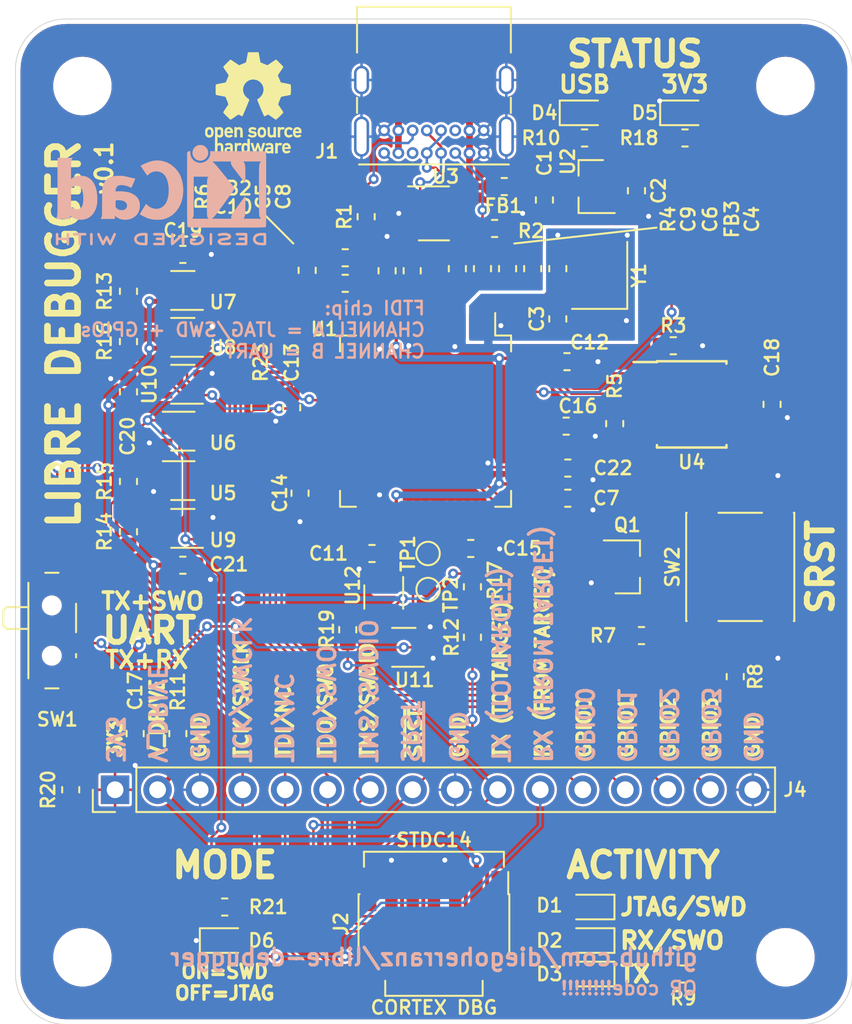
<source format=kicad_pcb>
(kicad_pcb (version 20190905) (host pcbnew "5.99.0-unknown-c3175b4~100~ubuntu16.04.1")
  (layers (0 "F.Cu" signal) (31 "B.Cu" signal) (34 "B.Paste" user hide) (35 "F.Paste" user hide) (36 "B.SilkS" user) (37 "F.SilkS" user) (38 "B.Mask" user hide) (39 "F.Mask" user hide) (44 "Edge.Cuts" user hide))
  (net 0 "")
  (net 1 "+1V8")
  (net 2 "/RX_LED_K")
  (net 3 "/TX_LED_K")
  (net 4 "/USB_LED_K")
  (net 5 "/USB_DP")
  (net 6 "VBUS")
  (net 7 "/USB_CC2")
  (net 8 "Net-(J1-PadB8)")
  (net 9 "/USB_DM")
  (net 10 "Net-(J1-PadA8)")
  (net 11 "/USB_CC1")
  (net 12 "/EE_CS")
  (net 13 "/EE_CLK")
  (net 14 "/EE_DATA")
  (net 15 "/USB_LED_N")
  (net 16 "/TX_LED_N")
  (net 17 "/RX_LED_N")
  (net 18 "/CTS_N")
  (net 19 "/RTS_N")
  (net 20 "/RXD")
  (net 21 "/TXD")
  (net 22 "/SWDIO_OE")
  (net 23 "/SWD_EN")
  (net 24 "/SRST_N")
  (net 25 "/TMS")
  (net 26 "/TDO")
  (net 27 "/TDI")
  (net 28 "/TCK")
  (net 29 "/RESET_N")
  (net 30 "/VPLL")
  (net 31 "/VPHY")
  (net 32 "/OSCO")
  (net 33 "/OSCI")
  (net 34 "+3V3")
  (net 35 "GND")
  (net 36 "Vdrive")
  (net 37 "+5V")
  (net 38 "/EE_DO")
  (net 39 "/SRST_N_TRGT")
  (net 40 "/TDI_TRGT")
  (net 41 "/TDO_TRGT")
  (net 42 "/TCK_TRGT")
  (net 43 "/TMS_TRGT")
  (net 44 "Net-(J2-Pad1)")
  (net 45 "Net-(U1-Pad59)")
  (net 46 "Net-(U1-Pad58)")
  (net 47 "Net-(U1-Pad57)")
  (net 48 "Net-(U1-Pad53)")
  (net 49 "Net-(U1-Pad52)")
  (net 50 "Net-(U1-Pad48)")
  (net 51 "Net-(U1-Pad46)")
  (net 52 "Net-(U1-Pad45)")
  (net 53 "Net-(U1-Pad44)")
  (net 54 "Net-(U1-Pad43)")
  (net 55 "Net-(U1-Pad36)")
  (net 56 "Net-(U1-Pad34)")
  (net 57 "Net-(U1-Pad33)")
  (net 58 "Net-(U1-Pad32)")
  (net 59 "Net-(U1-Pad30)")
  (net 60 "Net-(U4-Pad7)")
  (net 61 "Net-(U4-Pad6)")
  (net 62 "/REF")
  (net 63 "/VDRIVE_R")
  (net 64 "/PWR_LED_A")
  (net 65 "/SRST_N_R")
  (net 66 "/TCK_R")
  (net 67 "/TMS_R")
  (net 68 "/TDO_R")
  (net 69 "/TDI_R")
  (net 70 "/TXD_R")
  (net 71 "/RXD_R")
  (net 72 "/RXD_IN")
  (net 73 "/RXD_TRGT")
  (net 74 "/TXD_TRGT")
  (net 75 "Net-(J2-Pad9)")
  (net 76 "Net-(J2-Pad2)")
  (net 77 "/GPIO3")
  (net 78 "/GPIO2")
  (net 79 "/GPIO1")
  (net 80 "/GPIO0")
  (net 81 "/SWD_EN_LED")
  (net 82 "/MPSSE_LED_K")
  (net 83 "/MPSSE_LED_N")
  (module "Symbol:KiCad-Logo2_5mm_SilkScreen" (layer "B.Cu") (at 108.7 60.5 180)
    (fp_text reference "REF**" hide)
    (fp_text value "KiCad-Logo2_5mm_SilkScreen" hide)
  )
  (module "Package_TO_SOT_SMD:SOT-23" (layer "F.Cu") (at 134.4 60 180)
    (fp_text reference "U2" (at 1.4 1.5 90) (layer "F.SilkS") (effects (font (size 0.8 0.8))))
    (fp_text value "XC6206PxxxMR")
    (pad "3" smd rect (at 1 0 180) (size 0.9 0.8) (layers "F.Cu" "F.Paste" "F.Mask") (net 37 "+5V"))
    (pad "2" smd rect (at -1 0.95 180) (size 0.9 0.8) (layers "F.Cu" "F.Paste" "F.Mask") (net 34 "+3V3"))
    (pad "1" smd rect (at -1 -0.95 180) (size 0.9 0.8) (layers "F.Cu" "F.Paste" "F.Mask") (net 35 "GND"))
  )
  (module "Resistor_SMD:R_0603_1608Metric" (layer "F.Cu") (at 114.6 73.2 90)
    (fp_text reference "R23" (at 2.7 0.05 90) (layer "F.SilkS") (effects (font (size 0.8 0.8))))
    (fp_text value "10k" hide)
    (pad "2" smd roundrect (at 0.7875 0 90) (size 0.875 0.95) (layers "F.Cu" "F.Paste" "F.Mask") (net 34 "+3V3"))
    (pad "1" smd roundrect (at -0.7875 0 90) (size 0.875 0.95) (layers "F.Cu" "F.Paste" "F.Mask") (net 22 "/SWDIO_OE"))
  )
  (module "Capacitor_SMD:C_0603_1608Metric" (layer "F.Cu") (at 133 76.8)
    (fp_text reference "C22" (at 2.7 0) (layer "F.SilkS") (effects (font (size 0.8 0.8))))
    (fp_text value "100nF" hide)
    (pad "2" smd roundrect (at 0.7875 0) (size 0.875 0.95) (layers "F.Cu" "F.Paste" "F.Mask") (net 35 "GND"))
    (pad "1" smd roundrect (at -0.7875 0) (size 0.875 0.95) (layers "F.Cu" "F.Paste" "F.Mask") (net 34 "+3V3"))
  )
  (module "Crystal:Crystal_SMD_3225-4Pin_3.2x2.5mm" (layer "F.Cu") (at 134.9 65.3 90)
    (fp_text reference "Y1" (at 0 2.35 90) (layer "F.SilkS") (effects (font (size 0.8 0.8))))
    (fp_text value "Crystal_GND24" hide)
    (pad "4" smd rect (at -1.1 -0.85 90) (size 1.4 1.2) (layers "F.Cu" "F.Paste" "F.Mask") (net 35 "GND"))
    (pad "3" smd rect (at 1.1 -0.85 90) (size 1.4 1.2) (layers "F.Cu" "F.Paste" "F.Mask") (net 32 "/OSCO"))
    (pad "2" smd rect (at 1.1 0.85 90) (size 1.4 1.2) (layers "F.Cu" "F.Paste" "F.Mask") (net 35 "GND"))
    (pad "1" smd rect (at -1.1 0.85 90) (size 1.4 1.2) (layers "F.Cu" "F.Paste" "F.Mask") (net 33 "/OSCI"))
  )
  (module "Capacitor_SMD:C_0603_1608Metric" (layer "F.Cu") (at 110 82.6)
    (fp_text reference "C21" (at 2.75 -0.05) (layer "F.SilkS") (effects (font (size 0.8 0.8))))
    (fp_text value "100nF" hide)
    (pad "2" smd roundrect (at 0.7875 0) (size 0.875 0.95) (layers "F.Cu" "F.Paste" "F.Mask") (net 35 "GND"))
    (pad "1" smd roundrect (at -0.7875 0) (size 0.875 0.95) (layers "F.Cu" "F.Paste" "F.Mask") (net 36 "Vdrive"))
  )
  (module "Capacitor_SMD:C_0603_1608Metric" (layer "F.Cu") (at 106.75 72.25 90)
    (fp_text reference "C20" (at -2.65 -0.05 90) (layer "F.SilkS") (effects (font (size 0.8 0.8))))
    (fp_text value "100nF" hide)
    (pad "2" smd roundrect (at 0.7875 0 90) (size 0.875 0.95) (layers "F.Cu" "F.Paste" "F.Mask") (net 35 "GND"))
    (pad "1" smd roundrect (at -0.7875 0 90) (size 0.875 0.95) (layers "F.Cu" "F.Paste" "F.Mask") (net 36 "Vdrive"))
  )
  (module "Capacitor_SMD:C_0603_1608Metric" (layer "F.Cu") (at 110 64.05)
    (fp_text reference "C19" (at 0 -1.43) (layer "F.SilkS") (effects (font (size 0.8 0.8))))
    (fp_text value "100nF" hide)
    (pad "2" smd roundrect (at 0.7875 0) (size 0.875 0.95) (layers "F.Cu" "F.Paste" "F.Mask") (net 35 "GND"))
    (pad "1" smd roundrect (at -0.7875 0) (size 0.875 0.95) (layers "F.Cu" "F.Paste" "F.Mask") (net 36 "Vdrive"))
  )
  (module "Connector_PinHeader_2.54mm:PinHeader_1x16_P2.54mm_Vertical" (layer "F.Cu") (at 105.95 96 90)
    (fp_text reference "J4" (at 0 40.625 180) (layer "F.SilkS") (effects (font (size 0.8 0.8))))
    (fp_text value "Conn_01x16" hide)
    (pad "16" thru_hole oval (at 0 38.1 90) (size 1.7 1.7) (drill 1) (layers *.Cu *.Mask) (net 35 "GND"))
    (pad "15" thru_hole oval (at 0 35.56 90) (size 1.7 1.7) (drill 1) (layers *.Cu *.Mask) (net 77 "/GPIO3"))
    (pad "14" thru_hole oval (at 0 33.02 90) (size 1.7 1.7) (drill 1) (layers *.Cu *.Mask) (net 78 "/GPIO2"))
    (pad "13" thru_hole oval (at 0 30.48 90) (size 1.7 1.7) (drill 1) (layers *.Cu *.Mask) (net 79 "/GPIO1"))
    (pad "12" thru_hole oval (at 0 27.94 90) (size 1.7 1.7) (drill 1) (layers *.Cu *.Mask) (net 80 "/GPIO0"))
    (pad "11" thru_hole oval (at 0 25.4 90) (size 1.7 1.7) (drill 1) (layers *.Cu *.Mask) (net 73 "/RXD_TRGT"))
    (pad "10" thru_hole oval (at 0 22.86 90) (size 1.7 1.7) (drill 1) (layers *.Cu *.Mask) (net 74 "/TXD_TRGT"))
    (pad "9" thru_hole oval (at 0 20.32 90) (size 1.7 1.7) (drill 1) (layers *.Cu *.Mask) (net 35 "GND"))
    (pad "8" thru_hole oval (at 0 17.78 90) (size 1.7 1.7) (drill 1) (layers *.Cu *.Mask) (net 39 "/SRST_N_TRGT"))
    (pad "7" thru_hole oval (at 0 15.24 90) (size 1.7 1.7) (drill 1) (layers *.Cu *.Mask) (net 43 "/TMS_TRGT"))
    (pad "6" thru_hole oval (at 0 12.7 90) (size 1.7 1.7) (drill 1) (layers *.Cu *.Mask) (net 41 "/TDO_TRGT"))
    (pad "5" thru_hole oval (at 0 10.16 90) (size 1.7 1.7) (drill 1) (layers *.Cu *.Mask) (net 40 "/TDI_TRGT"))
    (pad "4" thru_hole oval (at 0 7.62 90) (size 1.7 1.7) (drill 1) (layers *.Cu *.Mask) (net 42 "/TCK_TRGT"))
    (pad "3" thru_hole oval (at 0 5.08 90) (size 1.7 1.7) (drill 1) (layers *.Cu *.Mask) (net 35 "GND"))
    (pad "2" thru_hole oval (at 0 2.54 90) (size 1.7 1.7) (drill 1) (layers *.Cu *.Mask) (net 63 "/VDRIVE_R"))
    (pad "1" thru_hole rect (at 0 0 90) (size 1.7 1.7) (drill 1) (layers *.Cu *.Mask) (net 34 "+3V3"))
  )
  (module "Connector_PinHeader_1.27mm:PinHeader_2x07_P1.27mm_Vertical_SMD" (layer "F.Cu") (at 125 104 -90)
    (fp_text reference "J2" (at 0 5.55 90) (layer "F.SilkS") (effects (font (size 0.8 0.8))))
    (fp_text value "Conn_ST_STDC14" hide)
    (pad "14" smd rect (at 1.95 3.81 270) (size 2.4 0.74) (layers "F.Cu" "F.Paste" "F.Mask") (net 73 "/RXD_TRGT"))
    (pad "13" smd rect (at -1.95 3.81 270) (size 2.4 0.74) (layers "F.Cu" "F.Paste" "F.Mask") (net 74 "/TXD_TRGT"))
    (pad "12" smd rect (at 1.95 2.54 270) (size 2.4 0.74) (layers "F.Cu" "F.Paste" "F.Mask") (net 39 "/SRST_N_TRGT"))
    (pad "11" smd rect (at -1.95 2.54 270) (size 2.4 0.74) (layers "F.Cu" "F.Paste" "F.Mask") (net 35 "GND"))
    (pad "10" smd rect (at 1.95 1.27 270) (size 2.4 0.74) (layers "F.Cu" "F.Paste" "F.Mask") (net 40 "/TDI_TRGT"))
    (pad "9" smd rect (at -1.95 1.27 270) (size 2.4 0.74) (layers "F.Cu" "F.Paste" "F.Mask") (net 75 "Net-(J2-Pad9)"))
    (pad "8" smd rect (at 1.95 0 270) (size 2.4 0.74) (layers "F.Cu" "F.Paste" "F.Mask") (net 41 "/TDO_TRGT"))
    (pad "7" smd rect (at -1.95 0 270) (size 2.4 0.74) (layers "F.Cu" "F.Paste" "F.Mask") (net 35 "GND"))
    (pad "6" smd rect (at 1.95 -1.27 270) (size 2.4 0.74) (layers "F.Cu" "F.Paste" "F.Mask") (net 42 "/TCK_TRGT"))
    (pad "5" smd rect (at -1.95 -1.27 270) (size 2.4 0.74) (layers "F.Cu" "F.Paste" "F.Mask") (net 35 "GND"))
    (pad "4" smd rect (at 1.95 -2.54 270) (size 2.4 0.74) (layers "F.Cu" "F.Paste" "F.Mask") (net 43 "/TMS_TRGT"))
    (pad "3" smd rect (at -1.95 -2.54 270) (size 2.4 0.74) (layers "F.Cu" "F.Paste" "F.Mask") (net 63 "/VDRIVE_R"))
    (pad "2" smd rect (at 1.95 -3.81 270) (size 2.4 0.74) (layers "F.Cu" "F.Paste" "F.Mask") (net 76 "Net-(J2-Pad2)"))
    (pad "1" smd rect (at -1.95 -3.81 270) (size 2.4 0.74) (layers "F.Cu" "F.Paste" "F.Mask") (net 44 "Net-(J2-Pad1)"))
  )
  (module "Capacitor_SMD:C_0603_1608Metric" (layer "F.Cu") (at 145.2 73 -90)
    (fp_text reference "C18" (at -2.8 0 90) (layer "F.SilkS") (effects (font (size 0.8 0.8))))
    (fp_text value "100nF" hide)
    (pad "2" smd roundrect (at 0.7875 0 270) (size 0.875 0.95) (layers "F.Cu" "F.Paste" "F.Mask") (net 35 "GND"))
    (pad "1" smd roundrect (at -0.7875 0 270) (size 0.875 0.95) (layers "F.Cu" "F.Paste" "F.Mask") (net 34 "+3V3"))
  )
  (module "Resistor_SMD:R_0603_1608Metric" (layer "F.Cu") (at 139.3 69.5)
    (fp_text reference "R3" (at 0 -1.2) (layer "F.SilkS") (effects (font (size 0.8 0.8))))
    (fp_text value "10k" hide)
    (pad "2" smd roundrect (at 0.7875 0) (size 0.875 0.95) (layers "F.Cu" "F.Paste" "F.Mask") (net 35 "GND"))
    (pad "1" smd roundrect (at -0.7875 0) (size 0.875 0.95) (layers "F.Cu" "F.Paste" "F.Mask") (net 12 "/EE_CS"))
  )
  (module "Resistor_SMD:R_0603_1608Metric" (layer "F.Cu") (at 135.8 74.15 90)
    (fp_text reference "R5" (at 2.25 0 90) (layer "F.SilkS") (effects (font (size 0.8 0.8))))
    (fp_text value "2k" hide)
    (pad "2" smd roundrect (at 0.7875 0 90) (size 0.875 0.95) (layers "F.Cu" "F.Paste" "F.Mask") (net 14 "/EE_DATA"))
    (pad "1" smd roundrect (at -0.7875 0 90) (size 0.875 0.95) (layers "F.Cu" "F.Paste" "F.Mask") (net 38 "/EE_DO"))
  )
  (module "Package_SO:SOIC-8_3.9x4.9mm_P1.27mm" (layer "F.Cu") (at 140.4 73)
    (fp_text reference "U4" (at 0 3.45) (layer "F.SilkS") (effects (font (size 0.8 0.8))))
    (fp_text value "93LCxxB" hide)
    (pad "8" smd rect (at 2.7 -1.905) (size 1.55 0.6) (layers "F.Cu" "F.Paste" "F.Mask") (net 34 "+3V3"))
    (pad "7" smd rect (at 2.7 -0.635) (size 1.55 0.6) (layers "F.Cu" "F.Paste" "F.Mask") (net 60 "Net-(U4-Pad7)"))
    (pad "6" smd rect (at 2.7 0.635) (size 1.55 0.6) (layers "F.Cu" "F.Paste" "F.Mask") (net 61 "Net-(U4-Pad6)"))
    (pad "5" smd rect (at 2.7 1.905) (size 1.55 0.6) (layers "F.Cu" "F.Paste" "F.Mask") (net 35 "GND"))
    (pad "4" smd rect (at -2.7 1.905) (size 1.55 0.6) (layers "F.Cu" "F.Paste" "F.Mask") (net 38 "/EE_DO"))
    (pad "3" smd rect (at -2.7 0.635) (size 1.55 0.6) (layers "F.Cu" "F.Paste" "F.Mask") (net 14 "/EE_DATA"))
    (pad "2" smd rect (at -2.7 -0.635) (size 1.55 0.6) (layers "F.Cu" "F.Paste" "F.Mask") (net 13 "/EE_CLK"))
    (pad "1" smd rect (at -2.7 -1.905) (size 1.55 0.6) (layers "F.Cu" "F.Paste" "F.Mask") (net 12 "/EE_CS"))
  )
  (module "Symbol:OSHW-Logo_5.7x6mm_SilkScreen" (layer "F.Cu") (at 114.2 55)
    (fp_text reference "LOGO1" hide)
    (fp_text value "Logo_Open_Hardware_Small" hide)
  )
  (module "Resistor_SMD:R_0603_1608Metric" (layer "F.Cu") (at 112.5 103 180)
    (fp_text reference "R21" (at -2.6 0) (layer "F.SilkS") (effects (font (size 0.8 0.8))))
    (fp_text value "470R" hide)
    (pad "2" smd roundrect (at 0.7875 0 180) (size 0.875 0.95) (layers "F.Cu" "F.Paste" "F.Mask") (net 23 "/SWD_EN"))
    (pad "1" smd roundrect (at -0.7875 0 180) (size 0.875 0.95) (layers "F.Cu" "F.Paste" "F.Mask") (net 81 "/SWD_EN_LED"))
  )
  (module "LED_SMD:LED_0603_1608Metric" (layer "F.Cu") (at 112.5 105)
    (fp_text reference "D6" (at 2.2 0) (layer "F.SilkS") (effects (font (size 0.8 0.8))))
    (fp_text value "LED" hide)
    (pad "2" smd roundrect (at 0.7875 0) (size 0.875 0.95) (layers "F.Cu" "F.Paste" "F.Mask") (net 81 "/SWD_EN_LED"))
    (pad "1" smd roundrect (at -0.7875 0) (size 0.875 0.95) (layers "F.Cu" "F.Paste" "F.Mask") (net 35 "GND"))
  )
  (module "Button_Switch_SMD:SW_SPST_PTS645" (layer "F.Cu") (at 143.3 82.7 90)
    (fp_text reference "SW2" (at 0 -4.05 90) (layer "F.SilkS") (effects (font (size 0.8 0.8))))
    (fp_text value "SW_Push" hide)
    (pad "2" smd rect (at -3.98 2.25 90) (size 1.55 1.3) (layers "F.Cu" "F.Paste" "F.Mask") (net 35 "GND"))
    (pad "1" smd rect (at -3.98 -2.25 90) (size 1.55 1.3) (layers "F.Cu" "F.Paste" "F.Mask") (net 65 "/SRST_N_R"))
    (pad "1" smd rect (at 3.98 -2.25 90) (size 1.55 1.3) (layers "F.Cu" "F.Paste" "F.Mask") (net 65 "/SRST_N_R"))
    (pad "2" smd rect (at 3.98 2.25 90) (size 1.55 1.3) (layers "F.Cu" "F.Paste" "F.Mask") (net 35 "GND"))
  )
  (module "TestPoint:TestPoint_Pad_D1.0mm" (layer "F.Cu") (at 124.65 84.05)
    (fp_text reference "TP2" (at 1.35 0.3 90) (layer "F.SilkS") (effects (font (size 0.8 0.8))))
    (fp_text value "TestPoint" hide)
    (pad "1" smd circle (at 0 0) (size 1 1) (layers "F.Cu" "F.Mask") (net 18 "/CTS_N"))
  )
  (module "TestPoint:TestPoint_Pad_D1.0mm" (layer "F.Cu") (at 124.65 81.9)
    (fp_text reference "TP1" (at -1.2 0 90) (layer "F.SilkS") (effects (font (size 0.8 0.8))))
    (fp_text value "TestPoint" hide)
    (pad "1" smd circle (at 0 0) (size 1 1) (layers "F.Cu" "F.Mask") (net 19 "/RTS_N"))
  )
  (module "Resistor_SMD:R_0603_1608Metric" (layer "F.Cu") (at 127.3 86.9 90)
    (fp_text reference "R12" (at 0 -1.25 90) (layer "F.SilkS") (effects (font (size 0.8 0.8))))
    (fp_text value "100R" hide)
    (pad "2" smd roundrect (at 0.7875 0 90) (size 0.875 0.95) (layers "F.Cu" "F.Paste" "F.Mask") (net 65 "/SRST_N_R"))
    (pad "1" smd roundrect (at -0.7875 0 90) (size 0.875 0.95) (layers "F.Cu" "F.Paste" "F.Mask") (net 39 "/SRST_N_TRGT"))
  )
  (module "Resistor_SMD:R_0603_1608Metric" (layer "F.Cu") (at 103.3 96 -90)
    (fp_text reference "R20" (at 0 1.35 90) (layer "F.SilkS") (effects (font (size 0.8 0.8))))
    (fp_text value "100R" hide)
    (pad "2" smd roundrect (at 0.7875 0 270) (size 0.875 0.95) (layers "F.Cu" "F.Paste" "F.Mask") (net 73 "/RXD_TRGT"))
    (pad "1" smd roundrect (at -0.7875 0 270) (size 0.875 0.95) (layers "F.Cu" "F.Paste" "F.Mask") (net 71 "/RXD_R"))
  )
  (module "Resistor_SMD:R_0603_1608Metric" (layer "F.Cu") (at 119.85 86.45 90)
    (fp_text reference "R19" (at 0.05 -1.25 90) (layer "F.SilkS") (effects (font (size 0.8 0.8))))
    (fp_text value "100R" hide)
    (pad "2" smd roundrect (at 0.7875 0 90) (size 0.875 0.95) (layers "F.Cu" "F.Paste" "F.Mask") (net 70 "/TXD_R"))
    (pad "1" smd roundrect (at -0.7875 0 90) (size 0.875 0.95) (layers "F.Cu" "F.Paste" "F.Mask") (net 74 "/TXD_TRGT"))
  )
  (module "Resistor_SMD:R_0603_1608Metric" (layer "F.Cu") (at 140 57.1)
    (fp_text reference "R18" (at -2.75 0) (layer "F.SilkS") (effects (font (size 0.8 0.8))))
    (fp_text value "470R" hide)
    (pad "2" smd roundrect (at 0.7875 0) (size 0.875 0.95) (layers "F.Cu" "F.Paste" "F.Mask") (net 64 "/PWR_LED_A"))
    (pad "1" smd roundrect (at -0.7875 0) (size 0.875 0.95) (layers "F.Cu" "F.Paste" "F.Mask") (net 34 "+3V3"))
  )
  (module "LED_SMD:LED_0603_1608Metric" (layer "F.Cu") (at 140 55.6)
    (fp_text reference "D5" (at -2.4 0) (layer "F.SilkS") (effects (font (size 0.8 0.8))))
    (fp_text value "LED" hide)
    (pad "2" smd roundrect (at 0.7875 0) (size 0.875 0.95) (layers "F.Cu" "F.Paste" "F.Mask") (net 64 "/PWR_LED_A"))
    (pad "1" smd roundrect (at -0.7875 0) (size 0.875 0.95) (layers "F.Cu" "F.Paste" "F.Mask") (net 35 "GND"))
  )
  (module "Resistor_SMD:R_0603_1608Metric" (layer "F.Cu") (at 127.3 83.8875 90)
    (fp_text reference "R17" (at 0.3875 1.35 90) (layer "F.SilkS") (effects (font (size 0.8 0.8))))
    (fp_text value "10k" hide)
    (pad "2" smd roundrect (at 0.7875 0 90) (size 0.875 0.95) (layers "F.Cu" "F.Paste" "F.Mask") (net 36 "Vdrive"))
    (pad "1" smd roundrect (at -0.7875 0 90) (size 0.875 0.95) (layers "F.Cu" "F.Paste" "F.Mask") (net 65 "/SRST_N_R"))
  )
  (module "Resistor_SMD:R_0603_1608Metric" (layer "F.Cu") (at 106.75 69.25 90)
    (fp_text reference "R16" (at 0 -1.43 90) (layer "F.SilkS") (effects (font (size 0.8 0.8))))
    (fp_text value "100R" hide)
    (pad "2" smd roundrect (at 0.7875 0 90) (size 0.875 0.95) (layers "F.Cu" "F.Paste" "F.Mask") (net 69 "/TDI_R"))
    (pad "1" smd roundrect (at -0.7875 0 90) (size 0.875 0.95) (layers "F.Cu" "F.Paste" "F.Mask") (net 40 "/TDI_TRGT"))
  )
  (module "Resistor_SMD:R_0603_1608Metric" (layer "F.Cu") (at 106.75 77.6 90)
    (fp_text reference "R15" (at 0 -1.43 90) (layer "F.SilkS") (effects (font (size 0.8 0.8))))
    (fp_text value "100R" hide)
    (pad "2" smd roundrect (at 0.7875 0 90) (size 0.875 0.95) (layers "F.Cu" "F.Paste" "F.Mask") (net 68 "/TDO_R"))
    (pad "1" smd roundrect (at -0.7875 0 90) (size 0.875 0.95) (layers "F.Cu" "F.Paste" "F.Mask") (net 41 "/TDO_TRGT"))
  )
  (module "Resistor_SMD:R_0603_1608Metric" (layer "F.Cu") (at 106.75 80.6 90)
    (fp_text reference "R14" (at 0 -1.43 90) (layer "F.SilkS") (effects (font (size 0.8 0.8))))
    (fp_text value "100R" hide)
    (pad "2" smd roundrect (at 0.7875 0 90) (size 0.875 0.95) (layers "F.Cu" "F.Paste" "F.Mask") (net 67 "/TMS_R"))
    (pad "1" smd roundrect (at -0.7875 0 90) (size 0.875 0.95) (layers "F.Cu" "F.Paste" "F.Mask") (net 43 "/TMS_TRGT"))
  )
  (module "Resistor_SMD:R_0603_1608Metric" (layer "F.Cu") (at 106.75 66.25 90)
    (fp_text reference "R13" (at 0 -1.43 90) (layer "F.SilkS") (effects (font (size 0.8 0.8))))
    (fp_text value "100R" hide)
    (pad "2" smd roundrect (at 0.7875 0 90) (size 0.875 0.95) (layers "F.Cu" "F.Paste" "F.Mask") (net 66 "/TCK_R"))
    (pad "1" smd roundrect (at -0.7875 0 90) (size 0.875 0.95) (layers "F.Cu" "F.Paste" "F.Mask") (net 42 "/TCK_TRGT"))
  )
  (module "Resistor_SMD:R_0603_1608Metric" (layer "F.Cu") (at 134 57.1)
    (fp_text reference "R10" (at -2.6 0) (layer "F.SilkS") (effects (font (size 0.8 0.8))))
    (fp_text value "470R" hide)
    (pad "2" smd roundrect (at 0.7875 0) (size 0.875 0.95) (layers "F.Cu" "F.Paste" "F.Mask") (net 15 "/USB_LED_N"))
    (pad "1" smd roundrect (at -0.7875 0) (size 0.875 0.95) (layers "F.Cu" "F.Paste" "F.Mask") (net 4 "/USB_LED_K"))
  )
  (module "Resistor_SMD:R_0603_1608Metric" (layer "F.Cu") (at 139.9 107)
    (fp_text reference "R9" (at 0 1.45) (layer "F.SilkS") (effects (font (size 0.8 0.8))))
    (fp_text value "470R" hide)
    (pad "2" smd roundrect (at 0.7875 0) (size 0.875 0.95) (layers "F.Cu" "F.Paste" "F.Mask") (net 16 "/TX_LED_N"))
    (pad "1" smd roundrect (at -0.7875 0) (size 0.875 0.95) (layers "F.Cu" "F.Paste" "F.Mask") (net 3 "/TX_LED_K"))
  )
  (module "Resistor_SMD:R_0603_1608Metric" (layer "F.Cu") (at 143 89.25 90)
    (fp_text reference "R8" (at 0 1.2 90) (layer "F.SilkS") (effects (font (size 0.8 0.8))))
    (fp_text value "470R" hide)
    (pad "2" smd roundrect (at 0.7875 0 90) (size 0.875 0.95) (layers "F.Cu" "F.Paste" "F.Mask") (net 17 "/RX_LED_N"))
    (pad "1" smd roundrect (at -0.7875 0 90) (size 0.875 0.95) (layers "F.Cu" "F.Paste" "F.Mask") (net 2 "/RX_LED_K"))
  )
  (module "Resistor_SMD:R_0603_1608Metric" (layer "F.Cu") (at 137.4 86.8)
    (fp_text reference "R7" (at -2.3 0) (layer "F.SilkS") (effects (font (size 0.8 0.8))))
    (fp_text value "470R" hide)
    (pad "2" smd roundrect (at 0.7875 0) (size 0.875 0.95) (layers "F.Cu" "F.Paste" "F.Mask") (net 82 "/MPSSE_LED_K"))
    (pad "1" smd roundrect (at -0.7875 0) (size 0.875 0.95) (layers "F.Cu" "F.Paste" "F.Mask") (net 83 "/MPSSE_LED_N"))
  )
  (module "Resistor_SMD:R_0603_1608Metric" (layer "F.Cu") (at 117.425 65 90)
    (fp_text reference "R6" (at 4.4 -6.225 90) (layer "F.SilkS") (effects (font (size 0.8 0.8))))
    (fp_text value "10k" hide)
    (pad "2" smd roundrect (at 0.7875 0 90) (size 0.875 0.95) (layers "F.Cu" "F.Paste" "F.Mask") (net 34 "+3V3"))
    (pad "1" smd roundrect (at -0.7875 0 90) (size 0.875 0.95) (layers "F.Cu" "F.Paste" "F.Mask") (net 29 "/RESET_N"))
  )
  (module "Resistor_SMD:R_0603_1608Metric" (layer "F.Cu") (at 126.4 64.9 90)
    (fp_text reference "R4" (at 2.95 12.6 90) (layer "F.SilkS") (effects (font (size 0.8 0.8))))
    (fp_text value "12k" hide)
    (pad "1" smd roundrect (at -0.7875 0 90) (size 0.875 0.95) (layers "F.Cu" "F.Paste" "F.Mask") (net 62 "/REF"))
    (pad "2" smd roundrect (at 0.7875 0 90) (size 0.875 0.95) (layers "F.Cu" "F.Paste" "F.Mask") (net 35 "GND"))
  )
  (module "Resistor_SMD:R_0603_1608Metric" (layer "F.Cu") (at 128.625 62.5)
    (fp_text reference "R2" (at 2.175 0.15) (layer "F.SilkS") (effects (font (size 0.8 0.8))))
    (fp_text value "5k1" hide)
    (pad "1" smd roundrect (at -0.7875 0) (size 0.875 0.95) (layers "F.Cu" "F.Paste" "F.Mask") (net 11 "/USB_CC1"))
    (pad "2" smd roundrect (at 0.7875 0) (size 0.875 0.95) (layers "F.Cu" "F.Paste" "F.Mask") (net 35 "GND"))
  )
  (module "Resistor_SMD:R_0603_1608Metric" (layer "F.Cu") (at 120.95 61.8 -90)
    (fp_text reference "R1" (at 0 1.3 90) (layer "F.SilkS") (effects (font (size 0.8 0.8))))
    (fp_text value "5k1" hide)
    (pad "1" smd roundrect (at -0.7875 0 270) (size 0.875 0.95) (layers "F.Cu" "F.Paste" "F.Mask") (net 7 "/USB_CC2"))
    (pad "2" smd roundrect (at 0.7875 0 270) (size 0.875 0.95) (layers "F.Cu" "F.Paste" "F.Mask") (net 35 "GND"))
  )
  (module "Button_Switch_SMD:SW_SPDT_PCM12" (layer "F.Cu") (at 102.5 86.5 -90)
    (fp_text reference "SW1" (at 5.3 0) (layer "F.SilkS") (effects (font (size 0.8 0.8))))
    (fp_text value "SW_SPDT" hide)
    (pad "" smd rect (at -3.65 -0.78 270) (size 1 0.8) (layers "F.Cu" "F.Paste" "F.Mask"))
    (pad "" smd rect (at 3.65 -0.78 270) (size 1 0.8) (layers "F.Cu" "F.Paste" "F.Mask"))
    (pad "" smd rect (at 3.65 1.43 270) (size 1 0.8) (layers "F.Cu" "F.Paste" "F.Mask"))
    (pad "" smd rect (at -3.65 1.43 270) (size 1 0.8) (layers "F.Cu" "F.Paste" "F.Mask"))
    (pad "3" smd rect (at 2.25 -1.43 270) (size 0.7 1.5) (layers "F.Cu" "F.Paste" "F.Mask") (net 71 "/RXD_R"))
    (pad "2" smd rect (at 0.75 -1.43 270) (size 0.7 1.5) (layers "F.Cu" "F.Paste" "F.Mask") (net 72 "/RXD_IN"))
    (pad "1" smd rect (at -2.25 -1.43 270) (size 0.7 1.5) (layers "F.Cu" "F.Paste" "F.Mask") (net 68 "/TDO_R"))
    (pad "" np_thru_hole circle (at 1.5 0.33 270) (size 0.9 0.9) (drill 0.9) (layers *.Cu *.Mask))
    (pad "" np_thru_hole circle (at -1.5 0.33 270) (size 0.9 0.9) (drill 0.9) (layers *.Cu *.Mask))
  )
  (module "Inductor_SMD:L_0603_1608Metric" (layer "F.Cu") (at 130.9 64.9 90)
    (fp_text reference "FB3" (at 2.95 11.9 90) (layer "F.SilkS") (effects (font (size 0.8 0.8))))
    (fp_text value "Ferrite_Bead" hide)
    (pad "2" smd roundrect (at 0.7875 0 90) (size 0.875 0.95) (layers "F.Cu" "F.Paste" "F.Mask") (net 34 "+3V3"))
    (pad "1" smd roundrect (at -0.7875 0 90) (size 0.875 0.95) (layers "F.Cu" "F.Paste" "F.Mask") (net 31 "/VPHY"))
  )
  (module "Inductor_SMD:L_0603_1608Metric" (layer "F.Cu") (at 119.7 64.25 180)
    (fp_text reference "FB2" (at 6.7 4.15) (layer "F.SilkS") (effects (font (size 0.8 0.8))))
    (fp_text value "Ferrite_Bead" hide)
    (pad "2" smd roundrect (at 0.7875 0 180) (size 0.875 0.95) (layers "F.Cu" "F.Paste" "F.Mask") (net 34 "+3V3"))
    (pad "1" smd roundrect (at -0.7875 0 180) (size 0.875 0.95) (layers "F.Cu" "F.Paste" "F.Mask") (net 30 "/VPLL"))
  )
  (module "Inductor_SMD:L_0603_1608Metric" (layer "F.Cu") (at 129.2 60 180)
    (fp_text reference "FB1" (at 0.05 -1.15 180) (layer "F.SilkS") (effects (font (size 0.8 0.8))))
    (fp_text value "Ferrite_Bead" hide)
    (pad "2" smd roundrect (at 0.7875 0 180) (size 0.875 0.95) (layers "F.Cu" "F.Paste" "F.Mask") (net 6 "VBUS"))
    (pad "1" smd roundrect (at -0.7875 0 180) (size 0.875 0.95) (layers "F.Cu" "F.Paste" "F.Mask") (net 37 "+5V"))
  )
  (module "Capacitor_SMD:C_0603_1608Metric" (layer "F.Cu") (at 107.15 92.65 -90)
    (fp_text reference "C17" (at -2.55 0 90) (layer "F.SilkS") (effects (font (size 0.8 0.8))))
    (fp_text value "4u7" hide)
    (pad "2" smd roundrect (at 0.7875 0 270) (size 0.875 0.95) (layers "F.Cu" "F.Paste" "F.Mask") (net 35 "GND"))
    (pad "1" smd roundrect (at -0.7875 0 270) (size 0.875 0.95) (layers "F.Cu" "F.Paste" "F.Mask") (net 36 "Vdrive"))
  )
  (module "Capacitor_SMD:C_0603_1608Metric" (layer "F.Cu") (at 132.9 74.3)
    (fp_text reference "C16" (at 0.7 -1.2) (layer "F.SilkS") (effects (font (size 0.8 0.8))))
    (fp_text value "100nF" hide)
    (pad "1" smd roundrect (at -0.7875 0) (size 0.875 0.95) (layers "F.Cu" "F.Paste" "F.Mask") (net 34 "+3V3"))
    (pad "2" smd roundrect (at 0.7875 0) (size 0.875 0.95) (layers "F.Cu" "F.Paste" "F.Mask") (net 35 "GND"))
  )
  (module "Capacitor_SMD:C_0603_1608Metric" (layer "F.Cu") (at 127.2 81.6)
    (fp_text reference "C15" (at 3.075 0) (layer "F.SilkS") (effects (font (size 0.8 0.8))))
    (fp_text value "100nF" hide)
    (pad "2" smd roundrect (at 0.7875 0) (size 0.875 0.95) (layers "F.Cu" "F.Paste" "F.Mask") (net 35 "GND"))
    (pad "1" smd roundrect (at -0.7875 0) (size 0.875 0.95) (layers "F.Cu" "F.Paste" "F.Mask") (net 34 "+3V3"))
  )
  (module "Capacitor_SMD:C_0603_1608Metric" (layer "F.Cu") (at 132.95 70.45)
    (fp_text reference "C12" (at 1.35 -1.15) (layer "F.SilkS") (effects (font (size 0.8 0.8))))
    (fp_text value "100nF" hide)
    (pad "1" smd roundrect (at -0.7875 0) (size 0.875 0.95) (layers "F.Cu" "F.Paste" "F.Mask") (net 1 "+1V8"))
    (pad "2" smd roundrect (at 0.7875 0) (size 0.875 0.95) (layers "F.Cu" "F.Paste" "F.Mask") (net 35 "GND"))
  )
  (module "Capacitor_SMD:C_0603_1608Metric" (layer "F.Cu") (at 117 78.3 -90)
    (fp_text reference "C14" (at 0 1.2 90) (layer "F.SilkS") (effects (font (size 0.8 0.8))))
    (fp_text value "100nF" hide)
    (pad "2" smd roundrect (at 0.7875 0 270) (size 0.875 0.95) (layers "F.Cu" "F.Paste" "F.Mask") (net 35 "GND"))
    (pad "1" smd roundrect (at -0.7875 0 270) (size 0.875 0.95) (layers "F.Cu" "F.Paste" "F.Mask") (net 34 "+3V3"))
  )
  (module "Capacitor_SMD:C_0603_1608Metric" (layer "F.Cu") (at 121.3 81.9 180)
    (fp_text reference "C11" (at 2.6 0 180) (layer "F.SilkS") (effects (font (size 0.8 0.8))))
    (fp_text value "100nF" hide)
    (pad "2" smd roundrect (at 0.7875 0 180) (size 0.875 0.95) (layers "F.Cu" "F.Paste" "F.Mask") (net 35 "GND"))
    (pad "1" smd roundrect (at -0.7875 0 180) (size 0.875 0.95) (layers "F.Cu" "F.Paste" "F.Mask") (net 1 "+1V8"))
  )
  (module "Capacitor_SMD:C_0603_1608Metric" (layer "F.Cu") (at 116.5 73.2 -90)
    (fp_text reference "C13" (at -2.7 0 90) (layer "F.SilkS") (effects (font (size 0.8 0.8))))
    (fp_text value "100nF" hide)
    (pad "2" smd roundrect (at 0.7875 0 270) (size 0.875 0.95) (layers "F.Cu" "F.Paste" "F.Mask") (net 35 "GND"))
    (pad "1" smd roundrect (at -0.7875 0 270) (size 0.875 0.95) (layers "F.Cu" "F.Paste" "F.Mask") (net 34 "+3V3"))
  )
  (module "Capacitor_SMD:C_0603_1608Metric" (layer "F.Cu") (at 119.7 65.775 180)
    (fp_text reference "C10" (at 6.7 4.575) (layer "F.SilkS") (effects (font (size 0.8 0.8))))
    (fp_text value "100nF" hide)
    (pad "2" smd roundrect (at 0.7875 0 180) (size 0.875 0.95) (layers "F.Cu" "F.Paste" "F.Mask") (net 35 "GND"))
    (pad "1" smd roundrect (at -0.7875 0 180) (size 0.875 0.95) (layers "F.Cu" "F.Paste" "F.Mask") (net 1 "+1V8"))
  )
  (module "Capacitor_SMD:C_0603_1608Metric" (layer "F.Cu") (at 127.9 64.9 90)
    (fp_text reference "C9" (at 2.95 12.3 90) (layer "F.SilkS") (effects (font (size 0.8 0.8))))
    (fp_text value "100nF" hide)
    (pad "2" smd roundrect (at 0.7875 0 90) (size 0.875 0.95) (layers "F.Cu" "F.Paste" "F.Mask") (net 35 "GND"))
    (pad "1" smd roundrect (at -0.7875 0 90) (size 0.875 0.95) (layers "F.Cu" "F.Paste" "F.Mask") (net 31 "/VPHY"))
  )
  (module "Capacitor_SMD:C_0603_1608Metric" (layer "F.Cu") (at 123.7 65.025 90)
    (fp_text reference "C8" (at 4.425 -7.7 90) (layer "F.SilkS") (effects (font (size 0.8 0.8))))
    (fp_text value "100nF" hide)
    (pad "2" smd roundrect (at 0.7875 0 90) (size 0.875 0.95) (layers "F.Cu" "F.Paste" "F.Mask") (net 35 "GND"))
    (pad "1" smd roundrect (at -0.7875 0 90) (size 0.875 0.95) (layers "F.Cu" "F.Paste" "F.Mask") (net 30 "/VPLL"))
  )
  (module "Capacitor_SMD:C_0603_1608Metric" (layer "F.Cu") (at 133 78.6)
    (fp_text reference "C7" (at 2.3 0 180) (layer "F.SilkS") (effects (font (size 0.8 0.8))))
    (fp_text value "4u7" hide)
    (pad "2" smd roundrect (at 0.7875 0) (size 0.875 0.95) (layers "F.Cu" "F.Paste" "F.Mask") (net 35 "GND"))
    (pad "1" smd roundrect (at -0.7875 0) (size 0.875 0.95) (layers "F.Cu" "F.Paste" "F.Mask") (net 1 "+1V8"))
  )
  (module "Capacitor_SMD:C_0603_1608Metric" (layer "F.Cu") (at 129.4 64.9 90)
    (fp_text reference "C6" (at 2.95 12.1 90) (layer "F.SilkS") (effects (font (size 0.8 0.8))))
    (fp_text value "4u7" hide)
    (pad "2" smd roundrect (at 0.7875 0 90) (size 0.875 0.95) (layers "F.Cu" "F.Paste" "F.Mask") (net 35 "GND"))
    (pad "1" smd roundrect (at -0.7875 0 90) (size 0.875 0.95) (layers "F.Cu" "F.Paste" "F.Mask") (net 31 "/VPHY"))
  )
  (module "Capacitor_SMD:C_0603_1608Metric" (layer "F.Cu") (at 122.2 65.025 90)
    (fp_text reference "C5" (at 4.425 -7.4 90) (layer "F.SilkS") (effects (font (size 0.8 0.8))))
    (fp_text value "4u7" hide)
    (pad "2" smd roundrect (at 0.7875 0 90) (size 0.875 0.95) (layers "F.Cu" "F.Paste" "F.Mask") (net 35 "GND"))
    (pad "1" smd roundrect (at -0.7875 0 90) (size 0.875 0.95) (layers "F.Cu" "F.Paste" "F.Mask") (net 30 "/VPLL"))
  )
  (module "Capacitor_SMD:C_0603_1608Metric" (layer "F.Cu") (at 132.4 64.9 90)
    (fp_text reference "C4" (at 2.95 11.6 90) (layer "F.SilkS") (effects (font (size 0.8 0.8))))
    (fp_text value "27pF" hide)
    (pad "2" smd roundrect (at 0.7875 0 90) (size 0.875 0.95) (layers "F.Cu" "F.Paste" "F.Mask") (net 35 "GND"))
    (pad "1" smd roundrect (at -0.7875 0 90) (size 0.875 0.95) (layers "F.Cu" "F.Paste" "F.Mask") (net 32 "/OSCO"))
  )
  (module "Capacitor_SMD:C_0603_1608Metric" (layer "F.Cu") (at 132.4 67.9 -90)
    (fp_text reference "C3" (at 0 1.25 90) (layer "F.SilkS") (effects (font (size 0.8 0.8))))
    (fp_text value "27pF" hide)
    (pad "2" smd roundrect (at 0.7875 0 270) (size 0.875 0.95) (layers "F.Cu" "F.Paste" "F.Mask") (net 35 "GND"))
    (pad "1" smd roundrect (at -0.7875 0 270) (size 0.875 0.95) (layers "F.Cu" "F.Paste" "F.Mask") (net 33 "/OSCI"))
  )
  (module "Capacitor_SMD:C_0603_1608Metric" (layer "F.Cu") (at 137.1 60.25 -90)
    (fp_text reference "C2" (at 0 -1.325 90) (layer "F.SilkS") (effects (font (size 0.8 0.8))))
    (fp_text value "4u7" hide)
    (pad "2" smd roundrect (at 0.7875 0 270) (size 0.875 0.95) (layers "F.Cu" "F.Paste" "F.Mask") (net 35 "GND"))
    (pad "1" smd roundrect (at -0.7875 0 270) (size 0.875 0.95) (layers "F.Cu" "F.Paste" "F.Mask") (net 34 "+3V3"))
  )
  (module "Capacitor_SMD:C_0603_1608Metric" (layer "F.Cu") (at 131.6 60.8 -90)
    (fp_text reference "C1" (at -2.2 0 90) (layer "F.SilkS") (effects (font (size 0.8 0.8))))
    (fp_text value "4u7" hide)
    (pad "2" smd roundrect (at 0.7875 0 270) (size 0.875 0.95) (layers "F.Cu" "F.Paste" "F.Mask") (net 35 "GND"))
    (pad "1" smd roundrect (at -0.7875 0 270) (size 0.875 0.95) (layers "F.Cu" "F.Paste" "F.Mask") (net 37 "+5V"))
  )
  (module "Package_TO_SOT_SMD:SOT-353_SC-70-5" (layer "F.Cu") (at 122 84.5 -90)
    (fp_text reference "U12" (at -0.7 1.85 90) (layer "F.SilkS") (effects (font (size 0.8 0.8))))
    (fp_text value "74LVC1G125" hide)
    (pad "5" smd rect (at 0.95 -0.65 270) (size 0.65 0.4) (layers "F.Cu" "F.Paste" "F.Mask") (net 36 "Vdrive"))
    (pad "4" smd rect (at 0.95 0.65 270) (size 0.65 0.4) (layers "F.Cu" "F.Paste" "F.Mask") (net 70 "/TXD_R"))
    (pad "2" smd rect (at -0.95 0 270) (size 0.65 0.4) (layers "F.Cu" "F.Paste" "F.Mask") (net 21 "/TXD"))
    (pad "3" smd rect (at -0.95 0.65 270) (size 0.65 0.4) (layers "F.Cu" "F.Paste" "F.Mask") (net 35 "GND"))
    (pad "1" smd rect (at -0.95 -0.65 270) (size 0.65 0.4) (layers "F.Cu" "F.Paste" "F.Mask") (net 35 "GND"))
  )
  (module "Package_TO_SOT_SMD:SOT-353_SC-70-5" (layer "F.Cu") (at 123.2 87.5 180)
    (fp_text reference "U11" (at -0.65 -1.95 180) (layer "F.SilkS") (effects (font (size 0.8 0.8))))
    (fp_text value "74LVC1G125" hide)
    (pad "5" smd rect (at 0.95 -0.65 180) (size 0.65 0.4) (layers "F.Cu" "F.Paste" "F.Mask") (net 34 "+3V3"))
    (pad "4" smd rect (at 0.95 0.65 180) (size 0.65 0.4) (layers "F.Cu" "F.Paste" "F.Mask") (net 20 "/RXD"))
    (pad "2" smd rect (at -0.95 0 180) (size 0.65 0.4) (layers "F.Cu" "F.Paste" "F.Mask") (net 72 "/RXD_IN"))
    (pad "3" smd rect (at -0.95 0.65 180) (size 0.65 0.4) (layers "F.Cu" "F.Paste" "F.Mask") (net 35 "GND"))
    (pad "1" smd rect (at -0.95 -0.65 180) (size 0.65 0.4) (layers "F.Cu" "F.Paste" "F.Mask") (net 35 "GND"))
  )
  (module "Package_TO_SOT_SMD:SOT-353_SC-70-5" (layer "F.Cu") (at 110 71.8 180)
    (fp_text reference "U10" (at 2 0 270) (layer "F.SilkS") (effects (font (size 0.8 0.8))))
    (fp_text value "74LVC1G125" hide)
    (pad "5" smd rect (at 0.95 -0.65 180) (size 0.65 0.4) (layers "F.Cu" "F.Paste" "F.Mask") (net 36 "Vdrive"))
    (pad "4" smd rect (at 0.95 0.65 180) (size 0.65 0.4) (layers "F.Cu" "F.Paste" "F.Mask") (net 67 "/TMS_R"))
    (pad "2" smd rect (at -0.95 0 180) (size 0.65 0.4) (layers "F.Cu" "F.Paste" "F.Mask") (net 27 "/TDI"))
    (pad "3" smd rect (at -0.95 0.65 180) (size 0.65 0.4) (layers "F.Cu" "F.Paste" "F.Mask") (net 35 "GND"))
    (pad "1" smd rect (at -0.95 -0.65 180) (size 0.65 0.4) (layers "F.Cu" "F.Paste" "F.Mask") (net 22 "/SWDIO_OE"))
  )
  (module "Package_TO_SOT_SMD:SOT-353_SC-70-5" (layer "F.Cu") (at 110 80.4 180)
    (fp_text reference "U9" (at -2.4 -0.7 180) (layer "F.SilkS") (effects (font (size 0.8 0.8))))
    (fp_text value "74LVC1G125" hide)
    (pad "5" smd rect (at 0.95 -0.65 180) (size 0.65 0.4) (layers "F.Cu" "F.Paste" "F.Mask") (net 36 "Vdrive"))
    (pad "4" smd rect (at 0.95 0.65 180) (size 0.65 0.4) (layers "F.Cu" "F.Paste" "F.Mask") (net 67 "/TMS_R"))
    (pad "2" smd rect (at -0.95 0 180) (size 0.65 0.4) (layers "F.Cu" "F.Paste" "F.Mask") (net 25 "/TMS"))
    (pad "3" smd rect (at -0.95 0.65 180) (size 0.65 0.4) (layers "F.Cu" "F.Paste" "F.Mask") (net 35 "GND"))
    (pad "1" smd rect (at -0.95 -0.65 180) (size 0.65 0.4) (layers "F.Cu" "F.Paste" "F.Mask") (net 23 "/SWD_EN"))
  )
  (module "Package_TO_SOT_SMD:SOT-353_SC-70-5" (layer "F.Cu") (at 110 69 180)
    (fp_text reference "U8" (at -2.4 -0.6 180) (layer "F.SilkS") (effects (font (size 0.8 0.8))))
    (fp_text value "74LVC1G125" hide)
    (pad "5" smd rect (at 0.95 -0.65 180) (size 0.65 0.4) (layers "F.Cu" "F.Paste" "F.Mask") (net 36 "Vdrive"))
    (pad "4" smd rect (at 0.95 0.65 180) (size 0.65 0.4) (layers "F.Cu" "F.Paste" "F.Mask") (net 69 "/TDI_R"))
    (pad "2" smd rect (at -0.95 0 180) (size 0.65 0.4) (layers "F.Cu" "F.Paste" "F.Mask") (net 27 "/TDI"))
    (pad "3" smd rect (at -0.95 0.65 180) (size 0.65 0.4) (layers "F.Cu" "F.Paste" "F.Mask") (net 35 "GND"))
    (pad "1" smd rect (at -0.95 -0.65 180) (size 0.65 0.4) (layers "F.Cu" "F.Paste" "F.Mask") (net 23 "/SWD_EN"))
  )
  (module "Package_TO_SOT_SMD:SOT-353_SC-70-5" (layer "F.Cu") (at 110 66.2 180)
    (fp_text reference "U7" (at -2.4 -0.7 180) (layer "F.SilkS") (effects (font (size 0.8 0.8))))
    (fp_text value "74LVC1G125" hide)
    (pad "5" smd rect (at 0.95 -0.65 180) (size 0.65 0.4) (layers "F.Cu" "F.Paste" "F.Mask") (net 36 "Vdrive"))
    (pad "4" smd rect (at 0.95 0.65 180) (size 0.65 0.4) (layers "F.Cu" "F.Paste" "F.Mask") (net 66 "/TCK_R"))
    (pad "2" smd rect (at -0.95 0 180) (size 0.65 0.4) (layers "F.Cu" "F.Paste" "F.Mask") (net 28 "/TCK"))
    (pad "3" smd rect (at -0.95 0.65 180) (size 0.65 0.4) (layers "F.Cu" "F.Paste" "F.Mask") (net 35 "GND"))
    (pad "1" smd rect (at -0.95 -0.65 180) (size 0.65 0.4) (layers "F.Cu" "F.Paste" "F.Mask") (net 35 "GND"))
  )
  (module "Package_TO_SOT_SMD:SOT-353_SC-70-5" (layer "F.Cu") (at 110 74.6)
    (fp_text reference "U6" (at 2.4 0.7) (layer "F.SilkS") (effects (font (size 0.8 0.8))))
    (fp_text value "74LVC1G126" hide)
    (pad "5" smd rect (at 0.95 -0.65) (size 0.65 0.4) (layers "F.Cu" "F.Paste" "F.Mask") (net 34 "+3V3"))
    (pad "4" smd rect (at 0.95 0.65) (size 0.65 0.4) (layers "F.Cu" "F.Paste" "F.Mask") (net 26 "/TDO"))
    (pad "2" smd rect (at -0.95 0) (size 0.65 0.4) (layers "F.Cu" "F.Paste" "F.Mask") (net 67 "/TMS_R"))
    (pad "3" smd rect (at -0.95 0.65) (size 0.65 0.4) (layers "F.Cu" "F.Paste" "F.Mask") (net 35 "GND"))
    (pad "1" smd rect (at -0.95 -0.65) (size 0.65 0.4) (layers "F.Cu" "F.Paste" "F.Mask") (net 23 "/SWD_EN"))
  )
  (module "Package_TO_SOT_SMD:SOT-353_SC-70-5" (layer "F.Cu") (at 110 77.55)
    (fp_text reference "U5" (at 2.4 0.75) (layer "F.SilkS") (effects (font (size 0.8 0.8))))
    (fp_text value "74LVC1G125" hide)
    (pad "5" smd rect (at 0.95 -0.65) (size 0.65 0.4) (layers "F.Cu" "F.Paste" "F.Mask") (net 34 "+3V3"))
    (pad "4" smd rect (at 0.95 0.65) (size 0.65 0.4) (layers "F.Cu" "F.Paste" "F.Mask") (net 26 "/TDO"))
    (pad "2" smd rect (at -0.95 0) (size 0.65 0.4) (layers "F.Cu" "F.Paste" "F.Mask") (net 68 "/TDO_R"))
    (pad "3" smd rect (at -0.95 0.65) (size 0.65 0.4) (layers "F.Cu" "F.Paste" "F.Mask") (net 35 "GND"))
    (pad "1" smd rect (at -0.95 -0.65) (size 0.65 0.4) (layers "F.Cu" "F.Paste" "F.Mask") (net 23 "/SWD_EN"))
  )
  (module "Package_QFP:LQFP-64_10x10mm_P0.5mm" (layer "F.Cu") (at 124.5 74 -90)
    (fp_text reference "U1" (at -5.5 6.05) (layer "F.SilkS") (effects (font (size 0.8 0.8))))
    (fp_text value "FT2232H" hide)
    (pad "64" smd roundrect (at -3.75 -5.675 270) (size 0.3 1.55) (layers "F.Cu" "F.Paste" "F.Mask") (net 1 "+1V8"))
    (pad "63" smd roundrect (at -3.25 -5.675 270) (size 0.3 1.55) (layers "F.Cu" "F.Paste" "F.Mask") (net 12 "/EE_CS"))
    (pad "62" smd roundrect (at -2.75 -5.675 270) (size 0.3 1.55) (layers "F.Cu" "F.Paste" "F.Mask") (net 13 "/EE_CLK"))
    (pad "61" smd roundrect (at -2.25 -5.675 270) (size 0.3 1.55) (layers "F.Cu" "F.Paste" "F.Mask") (net 14 "/EE_DATA"))
    (pad "60" smd roundrect (at -1.75 -5.675 270) (size 0.3 1.55) (layers "F.Cu" "F.Paste" "F.Mask") (net 15 "/USB_LED_N"))
    (pad "59" smd roundrect (at -1.25 -5.675 270) (size 0.3 1.55) (layers "F.Cu" "F.Paste" "F.Mask") (net 45 "Net-(U1-Pad59)"))
    (pad "58" smd roundrect (at -0.75 -5.675 270) (size 0.3 1.55) (layers "F.Cu" "F.Paste" "F.Mask") (net 46 "Net-(U1-Pad58)"))
    (pad "57" smd roundrect (at -0.25 -5.675 270) (size 0.3 1.55) (layers "F.Cu" "F.Paste" "F.Mask") (net 47 "Net-(U1-Pad57)"))
    (pad "56" smd roundrect (at 0.25 -5.675 270) (size 0.3 1.55) (layers "F.Cu" "F.Paste" "F.Mask") (net 34 "+3V3"))
    (pad "55" smd roundrect (at 0.75 -5.675 270) (size 0.3 1.55) (layers "F.Cu" "F.Paste" "F.Mask") (net 16 "/TX_LED_N"))
    (pad "54" smd roundrect (at 1.25 -5.675 270) (size 0.3 1.55) (layers "F.Cu" "F.Paste" "F.Mask") (net 17 "/RX_LED_N"))
    (pad "53" smd roundrect (at 1.75 -5.675 270) (size 0.3 1.55) (layers "F.Cu" "F.Paste" "F.Mask") (net 48 "Net-(U1-Pad53)"))
    (pad "52" smd roundrect (at 2.25 -5.675 270) (size 0.3 1.55) (layers "F.Cu" "F.Paste" "F.Mask") (net 49 "Net-(U1-Pad52)"))
    (pad "51" smd roundrect (at 2.75 -5.675 270) (size 0.3 1.55) (layers "F.Cu" "F.Paste" "F.Mask") (net 35 "GND"))
    (pad "50" smd roundrect (at 3.25 -5.675 270) (size 0.3 1.55) (layers "F.Cu" "F.Paste" "F.Mask") (net 34 "+3V3"))
    (pad "49" smd roundrect (at 3.75 -5.675 270) (size 0.3 1.55) (layers "F.Cu" "F.Paste" "F.Mask") (net 1 "+1V8"))
    (pad "48" smd roundrect (at 5.675 -3.75 270) (size 1.55 0.3) (layers "F.Cu" "F.Paste" "F.Mask") (net 50 "Net-(U1-Pad48)"))
    (pad "47" smd roundrect (at 5.675 -3.25 270) (size 1.55 0.3) (layers "F.Cu" "F.Paste" "F.Mask") (net 35 "GND"))
    (pad "46" smd roundrect (at 5.675 -2.75 270) (size 1.55 0.3) (layers "F.Cu" "F.Paste" "F.Mask") (net 51 "Net-(U1-Pad46)"))
    (pad "45" smd roundrect (at 5.675 -2.25 270) (size 1.55 0.3) (layers "F.Cu" "F.Paste" "F.Mask") (net 52 "Net-(U1-Pad45)"))
    (pad "44" smd roundrect (at 5.675 -1.75 270) (size 1.55 0.3) (layers "F.Cu" "F.Paste" "F.Mask") (net 53 "Net-(U1-Pad44)"))
    (pad "43" smd roundrect (at 5.675 -1.25 270) (size 1.55 0.3) (layers "F.Cu" "F.Paste" "F.Mask") (net 54 "Net-(U1-Pad43)"))
    (pad "42" smd roundrect (at 5.675 -0.75 270) (size 1.55 0.3) (layers "F.Cu" "F.Paste" "F.Mask") (net 34 "+3V3"))
    (pad "41" smd roundrect (at 5.675 -0.25 270) (size 1.55 0.3) (layers "F.Cu" "F.Paste" "F.Mask") (net 18 "/CTS_N"))
    (pad "40" smd roundrect (at 5.675 0.25 270) (size 1.55 0.3) (layers "F.Cu" "F.Paste" "F.Mask") (net 19 "/RTS_N"))
    (pad "39" smd roundrect (at 5.675 0.75 270) (size 1.55 0.3) (layers "F.Cu" "F.Paste" "F.Mask") (net 20 "/RXD"))
    (pad "38" smd roundrect (at 5.675 1.25 270) (size 1.55 0.3) (layers "F.Cu" "F.Paste" "F.Mask") (net 21 "/TXD"))
    (pad "37" smd roundrect (at 5.675 1.75 270) (size 1.55 0.3) (layers "F.Cu" "F.Paste" "F.Mask") (net 1 "+1V8"))
    (pad "36" smd roundrect (at 5.675 2.25 270) (size 1.55 0.3) (layers "F.Cu" "F.Paste" "F.Mask") (net 55 "Net-(U1-Pad36)"))
    (pad "35" smd roundrect (at 5.675 2.75 270) (size 1.55 0.3) (layers "F.Cu" "F.Paste" "F.Mask") (net 35 "GND"))
    (pad "34" smd roundrect (at 5.675 3.25 270) (size 1.55 0.3) (layers "F.Cu" "F.Paste" "F.Mask") (net 56 "Net-(U1-Pad34)"))
    (pad "33" smd roundrect (at 5.675 3.75 270) (size 1.55 0.3) (layers "F.Cu" "F.Paste" "F.Mask") (net 57 "Net-(U1-Pad33)"))
    (pad "32" smd roundrect (at 3.75 5.675 270) (size 0.3 1.55) (layers "F.Cu" "F.Paste" "F.Mask") (net 58 "Net-(U1-Pad32)"))
    (pad "31" smd roundrect (at 3.25 5.675 270) (size 0.3 1.55) (layers "F.Cu" "F.Paste" "F.Mask") (net 34 "+3V3"))
    (pad "30" smd roundrect (at 2.75 5.675 270) (size 0.3 1.55) (layers "F.Cu" "F.Paste" "F.Mask") (net 59 "Net-(U1-Pad30)"))
    (pad "29" smd roundrect (at 2.25 5.675 270) (size 0.3 1.55) (layers "F.Cu" "F.Paste" "F.Mask") (net 77 "/GPIO3"))
    (pad "28" smd roundrect (at 1.75 5.675 270) (size 0.3 1.55) (layers "F.Cu" "F.Paste" "F.Mask") (net 78 "/GPIO2"))
    (pad "27" smd roundrect (at 1.25 5.675 270) (size 0.3 1.55) (layers "F.Cu" "F.Paste" "F.Mask") (net 79 "/GPIO1"))
    (pad "26" smd roundrect (at 0.75 5.675 270) (size 0.3 1.55) (layers "F.Cu" "F.Paste" "F.Mask") (net 80 "/GPIO0"))
    (pad "25" smd roundrect (at 0.25 5.675 270) (size 0.3 1.55) (layers "F.Cu" "F.Paste" "F.Mask") (net 35 "GND"))
    (pad "24" smd roundrect (at -0.25 5.675 270) (size 0.3 1.55) (layers "F.Cu" "F.Paste" "F.Mask") (net 83 "/MPSSE_LED_N"))
    (pad "23" smd roundrect (at -0.75 5.675 270) (size 0.3 1.55) (layers "F.Cu" "F.Paste" "F.Mask") (net 22 "/SWDIO_OE"))
    (pad "22" smd roundrect (at -1.25 5.675 270) (size 0.3 1.55) (layers "F.Cu" "F.Paste" "F.Mask") (net 23 "/SWD_EN"))
    (pad "21" smd roundrect (at -1.75 5.675 270) (size 0.3 1.55) (layers "F.Cu" "F.Paste" "F.Mask") (net 24 "/SRST_N"))
    (pad "20" smd roundrect (at -2.25 5.675 270) (size 0.3 1.55) (layers "F.Cu" "F.Paste" "F.Mask") (net 34 "+3V3"))
    (pad "19" smd roundrect (at -2.75 5.675 270) (size 0.3 1.55) (layers "F.Cu" "F.Paste" "F.Mask") (net 25 "/TMS"))
    (pad "18" smd roundrect (at -3.25 5.675 270) (size 0.3 1.55) (layers "F.Cu" "F.Paste" "F.Mask") (net 26 "/TDO"))
    (pad "17" smd roundrect (at -3.75 5.675 270) (size 0.3 1.55) (layers "F.Cu" "F.Paste" "F.Mask") (net 27 "/TDI"))
    (pad "16" smd roundrect (at -5.675 3.75 270) (size 1.55 0.3) (layers "F.Cu" "F.Paste" "F.Mask") (net 28 "/TCK"))
    (pad "15" smd roundrect (at -5.675 3.25 270) (size 1.55 0.3) (layers "F.Cu" "F.Paste" "F.Mask") (net 35 "GND"))
    (pad "14" smd roundrect (at -5.675 2.75 270) (size 1.55 0.3) (layers "F.Cu" "F.Paste" "F.Mask") (net 29 "/RESET_N"))
    (pad "13" smd roundrect (at -5.675 2.25 270) (size 1.55 0.3) (layers "F.Cu" "F.Paste" "F.Mask") (net 35 "GND"))
    (pad "12" smd roundrect (at -5.675 1.75 270) (size 1.55 0.3) (layers "F.Cu" "F.Paste" "F.Mask") (net 1 "+1V8"))
    (pad "11" smd roundrect (at -5.675 1.25 270) (size 1.55 0.3) (layers "F.Cu" "F.Paste" "F.Mask") (net 35 "GND"))
    (pad "10" smd roundrect (at -5.675 0.75 270) (size 1.55 0.3) (layers "F.Cu" "F.Paste" "F.Mask") (net 35 "GND"))
    (pad "9" smd roundrect (at -5.675 0.25 270) (size 1.55 0.3) (layers "F.Cu" "F.Paste" "F.Mask") (net 30 "/VPLL"))
    (pad "8" smd roundrect (at -5.675 -0.25 270) (size 1.55 0.3) (layers "F.Cu" "F.Paste" "F.Mask") (net 5 "/USB_DP"))
    (pad "7" smd roundrect (at -5.675 -0.75 270) (size 1.55 0.3) (layers "F.Cu" "F.Paste" "F.Mask") (net 9 "/USB_DM"))
    (pad "6" smd roundrect (at -5.675 -1.25 270) (size 1.55 0.3) (layers "F.Cu" "F.Paste" "F.Mask") (net 62 "/REF"))
    (pad "5" smd roundrect (at -5.675 -1.75 270) (size 1.55 0.3) (layers "F.Cu" "F.Paste" "F.Mask") (net 35 "GND"))
    (pad "4" smd roundrect (at -5.675 -2.25 270) (size 1.55 0.3) (layers "F.Cu" "F.Paste" "F.Mask") (net 31 "/VPHY"))
    (pad "3" smd roundrect (at -5.675 -2.75 270) (size 1.55 0.3) (layers "F.Cu" "F.Paste" "F.Mask") (net 32 "/OSCO"))
    (pad "2" smd roundrect (at -5.675 -3.25 270) (size 1.55 0.3) (layers "F.Cu" "F.Paste" "F.Mask") (net 33 "/OSCI"))
    (pad "1" smd roundrect (at -5.675 -3.75 270) (size 1.55 0.3) (layers "F.Cu" "F.Paste" "F.Mask") (net 35 "GND"))
  )
  (module "Package_TO_SOT_SMD:SOT-23-6" (layer "F.Cu") (at 125 61.6)
    (fp_text reference "U3" (at 0.7 -2.2 180) (layer "F.SilkS") (effects (font (size 0.8 0.8))))
    (fp_text value "SRV05-4" hide)
    (pad "1" smd rect (at -1.1 -0.95) (size 1.06 0.65) (layers "F.Cu" "F.Paste" "F.Mask") (net 5 "/USB_DP"))
    (pad "2" smd rect (at -1.1 0) (size 1.06 0.65) (layers "F.Cu" "F.Paste" "F.Mask") (net 35 "GND"))
    (pad "3" smd rect (at -1.1 0.95) (size 1.06 0.65) (layers "F.Cu" "F.Paste" "F.Mask") (net 7 "/USB_CC2"))
    (pad "4" smd rect (at 1.1 0.95) (size 1.06 0.65) (layers "F.Cu" "F.Paste" "F.Mask") (net 11 "/USB_CC1"))
    (pad "6" smd rect (at 1.1 -0.95) (size 1.06 0.65) (layers "F.Cu" "F.Paste" "F.Mask") (net 9 "/USB_DM"))
    (pad "5" smd rect (at 1.1 0) (size 1.06 0.65) (layers "F.Cu" "F.Paste" "F.Mask") (net 6 "VBUS"))
  )
  (module "Resistor_SMD:R_0603_1608Metric" (layer "F.Cu") (at 109.7 92.65 90)
    (fp_text reference "R11" (at 2.5 0 90) (layer "F.SilkS") (effects (font (size 0.8 0.8))))
    (fp_text value "100R" hide)
    (pad "2" smd roundrect (at 0.7875 0 90) (size 0.875 0.95) (layers "F.Cu" "F.Paste" "F.Mask") (net 36 "Vdrive"))
    (pad "1" smd roundrect (at -0.7875 0 90) (size 0.875 0.95) (layers "F.Cu" "F.Paste" "F.Mask") (net 63 "/VDRIVE_R"))
  )
  (module "Package_TO_SOT_SMD:SOT-23" (layer "F.Cu") (at 136.55 82.7)
    (fp_text reference "Q1" (at 0 -2.5) (layer "F.SilkS") (effects (font (size 0.8 0.8))))
    (fp_text value "2N7002" hide)
    (pad "3" smd rect (at 1 0) (size 0.9 0.8) (layers "F.Cu" "F.Paste" "F.Mask") (net 65 "/SRST_N_R"))
    (pad "2" smd rect (at -1 0.95) (size 0.9 0.8) (layers "F.Cu" "F.Paste" "F.Mask") (net 35 "GND"))
    (pad "1" smd rect (at -1 -0.95) (size 0.9 0.8) (layers "F.Cu" "F.Paste" "F.Mask") (net 24 "/SRST_N"))
  )
  (module "Connector_USB:USB_C_Receptacle_GCT_USB4085" (layer "F.Cu") (at 127.975 58 180)
    (fp_text reference "J1" (at 9.375 0.1 180) (layer "F.SilkS") (effects (font (size 0.8 0.8))))
    (fp_text value "USB_C_Receptacle_USB2.0" hide)
    (pad "A1" thru_hole circle (at 0 0) (size 0.7 0.7) (drill 0.4) (layers *.Cu *.Mask) (net 35 "GND"))
    (pad "A4" thru_hole circle (at 0.85 0 180) (size 0.7 0.7) (drill 0.4) (layers *.Cu *.Mask) (net 6 "VBUS"))
    (pad "A5" thru_hole circle (at 1.7 0 180) (size 0.7 0.7) (drill 0.4) (layers *.Cu *.Mask) (net 11 "/USB_CC1"))
    (pad "A6" thru_hole circle (at 2.55 0 180) (size 0.7 0.7) (drill 0.4) (layers *.Cu *.Mask) (net 5 "/USB_DP"))
    (pad "A7" thru_hole circle (at 3.4 0 180) (size 0.7 0.7) (drill 0.4) (layers *.Cu *.Mask) (net 9 "/USB_DM"))
    (pad "A8" thru_hole circle (at 4.25 0 180) (size 0.7 0.7) (drill 0.4) (layers *.Cu *.Mask) (net 10 "Net-(J1-PadA8)"))
    (pad "A9" thru_hole circle (at 5.1 0 180) (size 0.7 0.7) (drill 0.4) (layers *.Cu *.Mask) (net 6 "VBUS"))
    (pad "A12" thru_hole circle (at 5.95 0 180) (size 0.7 0.7) (drill 0.4) (layers *.Cu *.Mask) (net 35 "GND"))
    (pad "B9" thru_hole circle (at 0.85 1.35 180) (size 0.7 0.7) (drill 0.4) (layers *.Cu *.Mask) (net 6 "VBUS"))
    (pad "B7" thru_hole circle (at 2.55 1.35 180) (size 0.7 0.7) (drill 0.4) (layers *.Cu *.Mask) (net 9 "/USB_DM"))
    (pad "B8" thru_hole circle (at 1.7 1.35 180) (size 0.7 0.7) (drill 0.4) (layers *.Cu *.Mask) (net 8 "Net-(J1-PadB8)"))
    (pad "B12" thru_hole circle (at 0 1.35) (size 0.7 0.7) (drill 0.4) (layers *.Cu *.Mask) (net 35 "GND"))
    (pad "B5" thru_hole circle (at 4.25 1.35 180) (size 0.7 0.7) (drill 0.4) (layers *.Cu *.Mask) (net 7 "/USB_CC2"))
    (pad "B4" thru_hole circle (at 5.1 1.35 180) (size 0.7 0.7) (drill 0.4) (layers *.Cu *.Mask) (net 6 "VBUS"))
    (pad "B1" thru_hole circle (at 5.95 1.35) (size 0.7 0.7) (drill 0.4) (layers *.Cu *.Mask) (net 35 "GND"))
    (pad "B6" thru_hole circle (at 3.4 1.35 180) (size 0.7 0.7) (drill 0.4) (layers *.Cu *.Mask) (net 5 "/USB_DP"))
    (pad "S1" thru_hole oval (at -1.35 0.98) (size 0.9 2.4) (drill oval 0.6 2.1) (layers *.Cu *.Mask) (net 35 "GND"))
    (pad "S1" thru_hole oval (at 7.3 0.98) (size 0.9 2.4) (drill oval 0.6 2.1) (layers *.Cu *.Mask) (net 35 "GND"))
    (pad "S1" thru_hole oval (at -1.35 4.36) (size 0.9 1.7) (drill oval 0.6 1.4) (layers *.Cu *.Mask) (net 35 "GND"))
    (pad "S1" thru_hole oval (at 7.3 4.36) (size 0.9 1.7) (drill oval 0.6 1.4) (layers *.Cu *.Mask) (net 35 "GND"))
  )
  (module "MountingHole:MountingHole_3.2mm_M3" (layer "F.Cu") (at 146 106)
    (fp_text reference "H4" hide)
    (fp_text value "MountingHole" hide)
    (pad "1" np_thru_hole circle (at 0 0) (size 3.2 3.2) (drill 3.2) (layers *.Cu *.Mask))
  )
  (module "MountingHole:MountingHole_3.2mm_M3" (layer "F.Cu") (at 146 54)
    (fp_text reference "H3" hide)
    (fp_text value "MountingHole" hide)
    (pad "1" np_thru_hole circle (at 0 0) (size 3.2 3.2) (drill 3.2) (layers *.Cu *.Mask))
  )
  (module "MountingHole:MountingHole_3.2mm_M3" (layer "F.Cu") (at 104 106)
    (fp_text reference "H2" hide)
    (fp_text value "MountingHole" hide)
    (pad "1" np_thru_hole circle (at 0 0) (size 3.2 3.2) (drill 3.2) (layers *.Cu *.Mask))
  )
  (module "MountingHole:MountingHole_3.2mm_M3" (layer "F.Cu") (at 104 54)
    (fp_text reference "H1" hide)
    (fp_text value "MountingHole" hide)
    (pad "1" np_thru_hole circle (at 0 0) (size 3.2 3.2) (drill 3.2) (layers *.Cu *.Mask))
  )
  (module "Fiducial:Fiducial_1mm_Mask2mm" (layer "F.Cu") (at 146 101)
    (fp_text reference "FID3" hide)
    (fp_text value "Fiducial" hide)
    (pad "" smd circle (at 0 0) (size 1 1) (layers "F.Cu" "F.Mask") (clearance 0.5))
  )
  (module "Fiducial:Fiducial_1mm_Mask2mm" (layer "F.Cu") (at 146 59)
    (fp_text reference "FID2" hide)
    (fp_text value "Fiducial" hide)
    (pad "" smd circle (at 0 0) (size 1 1) (layers "F.Cu" "F.Mask") (clearance 0.5))
  )
  (module "Fiducial:Fiducial_1mm_Mask2mm" (layer "F.Cu") (at 109 54)
    (fp_text reference "FID1" hide)
    (fp_text value "Fiducial" hide)
    (pad "" smd circle (at 0 0) (size 1 1) (layers "F.Cu" "F.Mask") (clearance 0.5))
  )
  (module "LED_SMD:LED_0603_1608Metric" (layer "F.Cu") (at 134 55.6)
    (fp_text reference "D4" (at -2.4 0) (layer "F.SilkS") (effects (font (size 0.8 0.8))))
    (fp_text value "LED" hide)
    (pad "2" smd roundrect (at 0.7875 0) (size 0.875 0.95) (layers "F.Cu" "F.Paste" "F.Mask") (net 34 "+3V3"))
    (pad "1" smd roundrect (at -0.7875 0) (size 0.875 0.95) (layers "F.Cu" "F.Paste" "F.Mask") (net 4 "/USB_LED_K"))
  )
  (module "LED_SMD:LED_0603_1608Metric" (layer "F.Cu") (at 134.3 107 180)
    (fp_text reference "D3" (at 2.4 0) (layer "F.SilkS") (effects (font (size 0.8 0.8))))
    (fp_text value "LED" hide)
    (pad "2" smd roundrect (at 0.7875 0 180) (size 0.875 0.95) (layers "F.Cu" "F.Paste" "F.Mask") (net 34 "+3V3"))
    (pad "1" smd roundrect (at -0.7875 0 180) (size 0.875 0.95) (layers "F.Cu" "F.Paste" "F.Mask") (net 3 "/TX_LED_K"))
  )
  (module "LED_SMD:LED_0603_1608Metric" (layer "F.Cu") (at 134.3 105 180)
    (fp_text reference "D2" (at 2.4 0) (layer "F.SilkS") (effects (font (size 0.8 0.8))))
    (fp_text value "LED" hide)
    (pad "2" smd roundrect (at 0.7875 0 180) (size 0.875 0.95) (layers "F.Cu" "F.Paste" "F.Mask") (net 34 "+3V3"))
    (pad "1" smd roundrect (at -0.7875 0 180) (size 0.875 0.95) (layers "F.Cu" "F.Paste" "F.Mask") (net 2 "/RX_LED_K"))
  )
  (module "LED_SMD:LED_0603_1608Metric" (layer "F.Cu") (at 134.3 103 180)
    (fp_text reference "D1" (at 2.4 0.1) (layer "F.SilkS") (effects (font (size 0.8 0.8))))
    (fp_text value "LED" hide)
    (pad "2" smd roundrect (at 0.7875 0 180) (size 0.875 0.95) (layers "F.Cu" "F.Paste" "F.Mask") (net 34 "+3V3"))
    (pad "1" smd roundrect (at -0.7875 0 180) (size 0.875 0.95) (layers "F.Cu" "F.Paste" "F.Mask") (net 82 "/MPSSE_LED_K"))
  )
  (gr_text "GND" (at 126.442664 94.5 270) (layer "B.SilkS") (effects (font (size 1 1) (thickness 0.2)) (justify left mirror)))
  (gr_text "GND" (at 110.980666 94.5 270) (layer "B.SilkS") (effects (font (size 1 1) (thickness 0.2)) (justify left mirror)))
  (gr_text "JTAG/SWD" (at 136 103) (layer "F.SilkS") (effects (font (size 1 1) (thickness 0.25)) (justify left)))
  (gr_text "ON=SWD\nOFF=JTAG" (at 112.5 107.5) (layer "F.SilkS") (effects (font (size 0.8 0.8) (thickness 0.2))))
  (gr_line (start 129.8 63.4) (end 138.3 62.45) (layer "F.SilkS") (width 0.12))
  (gr_text "GND" (at 144.05 94.2 90) (layer "F.SilkS") (effects (font (size 0.8 0.8) (thickness 0.2)) (justify left)))
  (gr_text "GND" (at 110.982532 94.2 90) (layer "F.SilkS") (effects (font (size 0.8 0.8) (thickness 0.2)) (justify left)))
  (gr_line (start 127.91 107.4) (end 127.91 108.3) (layer "F.SilkS") (width 0.12))
  (gr_line (start 127.91 108.3) (end 122.09 108.3) (layer "F.SilkS") (width 0.12))
  (gr_line (start 122.09 108.3) (end 122.09 107.4) (layer "F.SilkS") (width 0.12))
  (gr_text "CORTEX DBG" (at 125 109) (layer "F.SilkS") (effects (font (size 0.8 0.8))))
  (gr_text "STDC14" (at 125 99) (layer "F.SilkS") (effects (font (size 0.8 0.8))))
  (gr_line (start 129.18 99.7) (end 129.18 100.6) (layer "F.SilkS") (width 0.12))
  (gr_line (start 120.82 99.7) (end 129.18 99.7) (layer "F.SilkS") (width 0.12))
  (gr_line (start 120.82 100.6) (end 120.82 99.7) (layer "F.SilkS") (width 0.12))
  (gr_line (start 114.9 61.7) (end 116.6 63.4) (layer "F.SilkS") (width 0.12))
  (gr_text "ACTIVITY\n" (at 137.5 100.5) (layer "F.SilkS") (effects (font (size 1.5 1.5) (thickness 0.35))))
  (gr_text "GPIO0" (at 133.988663 94.5 270) (layer "B.SilkS") (effects (font (size 1 1) (thickness 0.2)) (justify left mirror)))
  (gr_text "GPIO1" (at 136.503996 94.5 270) (layer "B.SilkS") (effects (font (size 1 1) (thickness 0.2)) (justify left mirror)))
  (gr_text "GPIO2" (at 139.019329 94.5 270) (layer "B.SilkS") (effects (font (size 1 1) (thickness 0.2)) (justify left mirror)))
  (gr_text "GPIO3" (at 141.534662 94.5 270) (layer "B.SilkS") (effects (font (size 1 1) (thickness 0.2)) (justify left mirror)))
  (gr_text "GPIO0" (at 133.984926 94.2 90) (layer "F.SilkS") (effects (font (size 0.8 0.8) (thickness 0.2)) (justify left)))
  (gr_text "GPIO1" (at 136.501192 94.2 90) (layer "F.SilkS") (effects (font (size 0.8 0.8) (thickness 0.2)) (justify left)))
  (gr_text "GPIO2" (at 139.017458 94.2 90) (layer "F.SilkS") (effects (font (size 0.8 0.8) (thickness 0.2)) (justify left)))
  (gr_text "GPIO3" (at 141.533724 94.2 90) (layer "F.SilkS") (effects (font (size 0.8 0.8) (thickness 0.2)) (justify left)))
  (gr_text "QR code!!!!!!!!" (at 136.65 107.85) (layer "B.SilkS") (effects (font (size 0.8 0.8)) (justify mirror)))
  (gr_text "github.com/diegoherranz/libre-debugger" (at 125 106) (layer "B.SilkS") (effects (font (size 1 1) (thickness 0.2)) (justify mirror)))
  (gr_text "v0.1" (at 105.3 58.9 90) (layer "F.SilkS") (effects (font (size 1 1) (thickness 0.2))))
  (gr_text "LIBRE DEBUGGER" (at 102.9 68.8 90) (layer "F.SilkS") (effects (font (size 1.8 1.8) (thickness 0.4))))
  (gr_text "FTDI chip:\nCHANNEL A = JTAG/SWD + GPIOs\nCHANNEL B = UART" (at 124.55 68.55) (layer "B.SilkS") (effects (font (size 0.8 0.8)) (justify left mirror)))
  (gr_text "TDO/SWO" (at 118.53133 94.2 90) (layer "F.SilkS") (effects (font (size 0.8 0.8) (thickness 0.2)) (justify left)))
  (gr_text "TX (TO TARGET)" (at 128.976128 94.2 90) (layer "F.SilkS") (effects (font (size 0.8 0.8) (thickness 0.2)) (justify left)))
  (gr_text "RX (FROM TARGET)" (at 131.492394 94.2 90) (layer "F.SilkS") (effects (font (size 0.8 0.8) (thickness 0.2)) (justify left)))
  (gr_text "GND" (at 126.447995 94.2 90) (layer "F.SilkS") (effects (font (size 0.8 0.8) (thickness 0.2)) (justify left)))
  (gr_text "V_DRIVE" (at 108.466266 94.2 90) (layer "F.SilkS") (effects (font (size 0.8 0.8) (thickness 0.2)) (justify left)))
  (gr_text "3V3" (at 105.95 94.2 90) (layer "F.SilkS") (effects (font (size 0.8 0.8) (thickness 0.2)) (justify left)))
  (gr_text "TMS/SWDIO" (at 121.047596 94.2 90) (layer "F.SilkS") (effects (font (size 0.8 0.8) (thickness 0.2)) (justify left)))
  (gr_text "TCK/SWCLK" (at 113.498798 94.2 90) (layer "F.SilkS") (effects (font (size 0.8 0.8) (thickness 0.2)) (justify left)))
  (gr_text "TDI/NC" (at 116.015064 94.2 90) (layer "F.SilkS") (effects (font (size 0.8 0.8) (thickness 0.2)) (justify left)))
  (gr_text "~SRST" (at 123.919862 94.2 90) (layer "F.SilkS") (effects (font (size 0.8 0.8) (thickness 0.2)) (justify left)))
  (gr_text "MODE" (at 112.5 100.5) (layer "F.SilkS") (effects (font (size 1.5 1.5) (thickness 0.35))))
  (gr_text "STATUS" (at 137 52.1) (layer "F.SilkS") (effects (font (size 1.5 1.5) (thickness 0.35))))
  (gr_text "UART" (at 108 86.5) (layer "F.SilkS") (effects (font (size 1.5 1.5) (thickness 0.35))))
  (gr_text "TX+RX" (at 107.85 88.25) (layer "F.SilkS") (effects (font (size 1 1) (thickness 0.22))))
  (gr_text "TX+SWO" (at 108.2 84.75) (layer "F.SilkS") (effects (font (size 1 1) (thickness 0.22))))
  (gr_text "TDI/NC" (at 116.011332 94.5 270) (layer "B.SilkS") (effects (font (size 1 1) (thickness 0.2)) (justify left mirror)))
  (gr_text "3V3" (at 105.95 94.5 270) (layer "B.SilkS") (effects (font (size 1 1) (thickness 0.2)) (justify left mirror)))
  (gr_text "V_DRIVE" (at 108.465333 94.5 270) (layer "B.SilkS") (effects (font (size 1 1) (thickness 0.2)) (justify left mirror)))
  (gr_text "GND" (at 144.05 94.5 270) (layer "B.SilkS") (effects (font (size 1 1) (thickness 0.2)) (justify left mirror)))
  (gr_text "RX (FROM TARGET)" (at 131.47333 94.5 270) (layer "B.SilkS") (effects (font (size 1 1) (thickness 0.2)) (justify left mirror)))
  (gr_text "TX (TO TARGET)" (at 128.957997 94.5 270) (layer "B.SilkS") (effects (font (size 1 1) (thickness 0.2)) (justify left mirror)))
  (gr_arc (start 103 107) (end 100 107) (angle -90) (layer "Edge.Cuts") (width 0.05))
  (gr_arc (start 147 107) (end 147 110) (angle -90) (layer "Edge.Cuts") (width 0.05))
  (gr_arc (start 147 53) (end 150 53) (angle -90) (layer "Edge.Cuts") (width 0.05))
  (gr_arc (start 103 53) (end 103 50) (angle -90) (layer "Edge.Cuts") (width 0.05))
  (gr_text "RX/SWO" (at 136 105) (layer "F.SilkS") (effects (font (size 1 1) (thickness 0.25)) (justify left)))
  (gr_text "TX" (at 136 107) (layer "F.SilkS") (effects (font (size 1 1) (thickness 0.25)) (justify left)))
  (gr_text "TDO/SWO" (at 118.526665 94.5 270) (layer "B.SilkS") (effects (font (size 1 1) (thickness 0.2)) (justify left mirror)))
  (gr_text "~SRST" (at 123.557331 94.5 270) (layer "B.SilkS") (effects (font (size 1 1) (thickness 0.2)) (justify left mirror)))
  (gr_text "TMS/SWDIO" (at 121.041998 94.5 270) (layer "B.SilkS") (effects (font (size 1 1) (thickness 0.2)) (justify left mirror)))
  (gr_text "TCK/SWCLK" (at 113.495999 94.5 270) (layer "B.SilkS") (effects (font (size 1 1) (thickness 0.2)) (justify left mirror)))
  (gr_text "SRST" (at 148.1 82.7 90) (layer "F.SilkS") (effects (font (size 1.5 1.5) (thickness 0.35))))
  (gr_text "USB" (at 134 53.9) (layer "F.SilkS") (effects (font (size 1 1) (thickness 0.22))))
  (gr_text "3V3" (at 140 53.9) (layer "F.SilkS") (effects (font (size 1 1) (thickness 0.22))))
  (gr_line (start 100 107) (end 100 53) (layer "Edge.Cuts") (width 0.05))
  (gr_line (start 150 53) (end 150 107) (layer "Edge.Cuts") (width 0.05))
  (gr_line (start 103 110) (end 147 110) (layer "Edge.Cuts") (width 0.05))
  (gr_line (start 103 50) (end 147 50) (layer "Edge.Cuts") (width 0.05))
  (segment (start 127.9875 81.6) (end 129 81.6) (width 0.3) (layer "F.Cu") (net 35))
  (segment (start 129 81.6) (end 129.025 81.625) (width 0.3) (layer "F.Cu") (net 35))
  (via (at 128.925 81.625) (size 0.6) (drill 0.3) (layers "F.Cu" "B.Cu") (net 35))
  (segment (start 109.05 68.35) (end 106.8625 68.35) (width 0.15) (layer "F.Cu") (net 69))
  (segment (start 106.8625 68.35) (end 106.75 68.4625) (width 0.15) (layer "F.Cu") (net 69))
  (segment (start 109.05 65.55) (end 106.8375 65.55) (width 0.15) (layer "F.Cu") (net 66))
  (segment (start 106.8375 65.55) (end 106.75 65.4625) (width 0.15) (layer "F.Cu") (net 66))
  (segment (start 109.05 79.75) (end 106.8125 79.75) (width 0.15) (layer "F.Cu") (net 67))
  (segment (start 106.8125 79.75) (end 106.75 79.8125) (width 0.15) (layer "F.Cu") (net 67))
  (segment (start 121.385 88.575) (end 119.85 88.575) (width 0.15) (layer "B.Cu") (net 74))
  (via (at 119.85 88.575) (size 0.6) (drill 0.3) (layers "F.Cu" "B.Cu") (net 74))
  (segment (start 128.81 96) (end 121.385 88.575) (width 0.15) (layer "B.Cu") (net 74))
  (segment (start 119.85 87.2375) (end 119.85 88.575) (width 0.15) (layer "F.Cu") (net 74))
  (segment (start 113.3 84.6) (end 111.2 84.6) (width 0.3) (layer "F.Cu") (net 36))
  (segment (start 109.2125 82.6125) (end 109.2125 82.6) (width 0.3) (layer "F.Cu") (net 36))
  (segment (start 111.2 84.6) (end 109.2125 82.6125) (width 0.3) (layer "F.Cu") (net 36))
  (via (at 113.3 84.6) (size 0.6) (drill 0.3) (layers "F.Cu" "B.Cu") (net 36))
  (segment (start 113.3 84.6) (end 123.144478 84.6) (width 0.3) (layer "B.Cu") (net 36))
  (segment (start 122.65 85.45) (end 122.65 85.05) (width 0.15) (layer "F.Cu") (net 36))
  (segment (start 122.65 85.05) (end 123.1 84.6) (width 0.15) (layer "F.Cu") (net 36))
  (segment (start 123.1 84.6) (end 123.144478 84.6) (width 0.15) (layer "F.Cu") (net 36))
  (segment (start 126.15 83.1) (end 124.65 84.6) (width 0.15) (layer "B.Cu") (net 36))
  (segment (start 124.65 84.6) (end 123.144478 84.6) (width 0.15) (layer "B.Cu") (net 36))
  (via (at 123.144478 84.6) (size 0.6) (drill 0.3) (layers "F.Cu" "B.Cu") (net 36))
  (segment (start 123.75 79.675) (end 123.75 85.875) (width 0.15) (layer "F.Cu") (net 20))
  (segment (start 122.775 86.85) (end 122.25 86.85) (width 0.15) (layer "F.Cu") (net 20))
  (segment (start 123.75 85.875) (end 122.775 86.85) (width 0.15) (layer "F.Cu") (net 20))
  (segment (start 124.15 88.15) (end 124.95 88.15) (width 0.15) (layer "F.Cu") (net 35))
  (via (at 124.95 88.15) (size 0.6) (drill 0.3) (layers "F.Cu" "B.Cu") (net 35))
  (segment (start 127.3 83.1) (end 126.15 83.1) (width 0.15) (layer "F.Cu") (net 36))
  (via (at 126.15 83.1) (size 0.6) (drill 0.3) (layers "F.Cu" "B.Cu") (net 36))
  (segment (start 127.3 86.1125) (end 127.3 84.675) (width 0.15) (layer "F.Cu") (net 65))
  (segment (start 127.3 91.8) (end 127.3 89.171) (width 0.15) (layer "B.Cu") (net 39))
  (via (at 127.3 89.171) (size 0.6) (drill 0.3) (layers "F.Cu" "B.Cu") (net 39))
  (segment (start 123.73 96) (end 127.3 92.43) (width 0.15) (layer "F.Cu") (net 39))
  (segment (start 127.3 92.43) (end 127.3 91.8) (width 0.15) (layer "F.Cu") (net 39))
  (via (at 127.3 91.8) (size 0.6) (drill 0.3) (layers "F.Cu" "B.Cu") (net 39))
  (segment (start 127.9875 81.6) (end 127.9875 80.9875) (width 0.15) (layer "F.Cu") (net 35))
  (segment (start 127.9875 80.9875) (end 127.75 80.75) (width 0.15) (layer "F.Cu") (net 35))
  (segment (start 127.75 80.75) (end 127.75 80.45) (width 0.15) (layer "F.Cu") (net 35))
  (segment (start 127.75 80.45) (end 127.75 79.675) (width 0.15) (layer "F.Cu") (net 35))
  (segment (start 139.2 67.5) (end 139.2 67.95) (width 0.15) (layer "B.Cu") (net 15))
  (segment (start 131.985357 72.275045) (end 131.561093 72.275045) (width 0.15) (layer "B.Cu") (net 15))
  (segment (start 139.2 67.95) (end 134.874955 72.275045) (width 0.15) (layer "B.Cu") (net 15))
  (segment (start 134.874955 72.275045) (end 131.985357 72.275045) (width 0.15) (layer "B.Cu") (net 15))
  (segment (start 105.124999 87.250001) (end 106.524998 88.65) (width 0.15) (layer "B.Cu") (net 72))
  (segment (start 106.524998 88.65) (end 109.05 88.65) (width 0.15) (layer "B.Cu") (net 72))
  (segment (start 109.05 88.65) (end 111.45 86.25) (width 0.15) (layer "B.Cu") (net 72))
  (segment (start 111.45 86.25) (end 113.15 86.25) (width 0.15) (layer "F.Cu") (net 72))
  (segment (start 118.582996 94.16) (end 106.75 82.327004) (width 0.15) (layer "F.Cu") (net 43))
  (segment (start 119.35 94.16) (end 118.582996 94.16) (width 0.15) (layer "F.Cu") (net 43))
  (segment (start 106.75 82.327004) (end 106.75 81.825) (width 0.15) (layer "F.Cu") (net 43))
  (segment (start 121.19 96) (end 119.35 94.16) (width 0.15) (layer "F.Cu") (net 43))
  (segment (start 106.75 81.825) (end 106.75 81.3875) (width 0.15) (layer "F.Cu") (net 43))
  (segment (start 114.4 87.5) (end 113.15 86.25) (width 0.15) (layer "B.Cu") (net 72))
  (segment (start 123.2 87.5) (end 114.4 87.5) (width 0.15) (layer "B.Cu") (net 72))
  (via (at 113.15 86.25) (size 0.6) (drill 0.3) (layers "F.Cu" "B.Cu") (net 72))
  (via (at 111.45 86.25) (size 0.6) (drill 0.3) (layers "F.Cu" "B.Cu") (net 72))
  (segment (start 118.65 102.3) (end 118.65 96) (width 0.15) (layer "F.Cu") (net 41))
  (segment (start 125 105.95) (end 125 104.55) (width 0.15) (layer "F.Cu") (net 41))
  (segment (start 125 104.55) (end 124.45 104) (width 0.15) (layer "F.Cu") (net 41))
  (segment (start 124.45 104) (end 120.35 104) (width 0.15) (layer "F.Cu") (net 41))
  (segment (start 120.35 104) (end 118.65 102.3) (width 0.15) (layer "F.Cu") (net 41))
  (segment (start 122.25 104.45) (end 119.855012 104.45) (width 0.15) (layer "F.Cu") (net 39))
  (segment (start 119.855012 104.45) (end 117.8 102.394988) (width 0.15) (layer "F.Cu") (net 39))
  (segment (start 122.46 104.66) (end 122.25 104.45) (width 0.15) (layer "F.Cu") (net 39))
  (segment (start 117.8 102.394988) (end 117.8 98.1) (width 0.15) (layer "F.Cu") (net 39))
  (segment (start 122.46 105.95) (end 122.46 104.66) (width 0.15) (layer "F.Cu") (net 39))
  (segment (start 120.1 97.2) (end 120.1 102.980002) (width 0.15) (layer "F.Cu") (net 43))
  (segment (start 121.19 96) (end 121.19 96.11) (width 0.15) (layer "F.Cu") (net 43))
  (segment (start 120.1 102.980002) (end 120.669998 103.55) (width 0.15) (layer "F.Cu") (net 43))
  (segment (start 121.19 96.11) (end 120.1 97.2) (width 0.15) (layer "F.Cu") (net 43))
  (segment (start 120.669998 103.55) (end 126.54 103.55) (width 0.15) (layer "F.Cu") (net 43))
  (segment (start 126.54 103.55) (end 127.54 104.55) (width 0.15) (layer "F.Cu") (net 43))
  (segment (start 127.54 104.55) (end 127.54 105.95) (width 0.15) (layer "F.Cu") (net 43))
  (segment (start 104 79.1) (end 104.9 80) (width 0.15) (layer "F.Cu") (net 40))
  (segment (start 104 71.8) (end 104 79.1) (width 0.15) (layer "F.Cu") (net 40))
  (segment (start 104.9 80) (end 104.9 82.4) (width 0.15) (layer "F.Cu") (net 40))
  (segment (start 105.7625 70.0375) (end 104 71.8) (width 0.15) (layer "F.Cu") (net 40))
  (segment (start 106.75 70.0375) (end 105.7625 70.0375) (width 0.15) (layer "F.Cu") (net 40))
  (segment (start 104.9 82.4) (end 116.11 93.61) (width 0.15) (layer "F.Cu") (net 40))
  (segment (start 116.11 93.61) (end 116.11 96) (width 0.15) (layer "F.Cu") (net 40))
  (segment (start 104.875 76.8) (end 104.8875 76.8125) (width 0.15) (layer "B.Cu") (net 68))
  (segment (start 102.5 76.8) (end 104.875 76.8) (width 0.15) (layer "B.Cu") (net 68))
  (segment (start 106.75 76.8125) (end 104.8875 76.8125) (width 0.15) (layer "F.Cu") (net 68))
  (via (at 104.8875 76.8125) (size 0.6) (drill 0.3) (layers "F.Cu" "B.Cu") (net 68))
  (segment (start 106.75 71.4625) (end 105.6875 71.4625) (width 0.15) (layer "F.Cu") (net 35))
  (via (at 105.6875 71.4625) (size 0.6) (drill 0.3) (layers "F.Cu" "B.Cu") (net 35))
  (segment (start 102.5 83.77) (end 102.5 77.224264) (width 0.15) (layer "F.Cu") (net 68))
  (segment (start 102.5 77.224264) (end 102.5 76.8) (width 0.15) (layer "F.Cu") (net 68))
  (segment (start 102.98 84.25) (end 102.5 83.77) (width 0.15) (layer "F.Cu") (net 68))
  (segment (start 103.93 84.25) (end 102.98 84.25) (width 0.15) (layer "F.Cu") (net 68))
  (via (at 102.5 76.8) (size 0.6) (drill 0.3) (layers "F.Cu" "B.Cu") (net 68))
  (segment (start 141.5 76.45) (end 134.75 76.45) (width 0.15) (layer "F.Cu") (net 17))
  (segment (start 143 77.95) (end 141.5 76.45) (width 0.15) (layer "F.Cu") (net 17))
  (segment (start 134.75 76.45) (end 134.100001 75.800001) (width 0.15) (layer "F.Cu") (net 17))
  (segment (start 131.650001 75.800001) (end 131.1 75.25) (width 0.15) (layer "F.Cu") (net 17))
  (segment (start 143 88.4625) (end 143 77.95) (width 0.15) (layer "F.Cu") (net 17))
  (segment (start 134.100001 75.800001) (end 131.650001 75.800001) (width 0.15) (layer "F.Cu") (net 17))
  (segment (start 131.1 75.25) (end 130.175 75.25) (width 0.15) (layer "F.Cu") (net 17))
  (segment (start 143 91.1) (end 143 90.0375) (width 0.15) (layer "F.Cu") (net 2))
  (segment (start 117.35 71.4) (end 113.775 71.4) (width 0.15) (layer "F.Cu") (net 25))
  (segment (start 117.5 71.25) (end 117.35 71.4) (width 0.15) (layer "F.Cu") (net 25))
  (segment (start 113.775 71.4) (end 113.45 71.725) (width 0.15) (layer "F.Cu") (net 25))
  (segment (start 111.95 80.4) (end 110.95 80.4) (width 0.15) (layer "F.Cu") (net 25))
  (segment (start 118.825 71.25) (end 117.5 71.25) (width 0.15) (layer "F.Cu") (net 25))
  (segment (start 113.45 71.725) (end 113.45 78.9) (width 0.15) (layer "F.Cu") (net 25))
  (segment (start 113.45 78.9) (end 111.95 80.4) (width 0.15) (layer "F.Cu") (net 25))
  (segment (start 113.45 70.75) (end 118.05 70.75) (width 0.15) (layer "F.Cu") (net 26))
  (segment (start 118.05 70.75) (end 118.825 70.75) (width 0.15) (layer "F.Cu") (net 26))
  (segment (start 112.8 73.95) (end 112.8 71.4) (width 0.15) (layer "F.Cu") (net 26))
  (segment (start 111.5 75.25) (end 112.8 73.95) (width 0.15) (layer "F.Cu") (net 26))
  (segment (start 110.95 75.25) (end 111.5 75.25) (width 0.15) (layer "F.Cu") (net 26))
  (segment (start 112.8 71.4) (end 113.45 70.75) (width 0.15) (layer "F.Cu") (net 26))
  (segment (start 112.55 73.25) (end 111.75 72.45) (width 0.15) (layer "B.Cu") (net 22))
  (segment (start 110.95 72.45) (end 111.75 72.45) (width 0.15) (layer "F.Cu") (net 22))
  (segment (start 115.75 73.25) (end 112.55 73.25) (width 0.15) (layer "B.Cu") (net 22))
  (via (at 111.75 72.45) (size 0.6) (drill 0.3) (layers "F.Cu" "B.Cu") (net 22))
  (segment (start 114.6 73.9875) (end 114.6125 73.9875) (width 0.15) (layer "F.Cu") (net 22))
  (segment (start 114.6125 73.9875) (end 115.35 73.25) (width 0.15) (layer "F.Cu") (net 22))
  (segment (start 115.35 73.25) (end 115.75 73.25) (width 0.15) (layer "F.Cu") (net 22))
  (via (at 115.75 73.25) (size 0.6) (drill 0.3) (layers "F.Cu" "B.Cu") (net 22))
  (segment (start 118.825 73.25) (end 115.75 73.25) (width 0.15) (layer "F.Cu") (net 22))
  (segment (start 116.5 73.9875) (end 115.5625 73.9875) (width 0.3) (layer "F.Cu") (net 35))
  (segment (start 115.5625 73.9875) (end 115.55 74) (width 0.3) (layer "F.Cu") (net 35))
  (via (at 115.55 74) (size 0.6) (drill 0.3) (layers "F.Cu" "B.Cu") (net 35))
  (segment (start 117.65 74.25) (end 117.3875 73.9875) (width 0.15) (layer "F.Cu") (net 35))
  (segment (start 117.3875 73.9875) (end 116.5 73.9875) (width 0.15) (layer "F.Cu") (net 35))
  (segment (start 118.825 74.25) (end 117.65 74.25) (width 0.15) (layer "F.Cu") (net 35))
  (segment (start 136.8 64.2) (end 136.8 67.7) (width 0.3) (layer "F.Cu") (net 35))
  (segment (start 136.8 63.15) (end 136.8 64.2) (width 0.3) (layer "F.Cu") (net 35))
  (segment (start 117.95 67.25) (end 117.8 67.1) (width 0.15) (layer "F.Cu") (net 29))
  (segment (start 117.8 67.1) (end 117.425 66.725) (width 0.15) (layer "F.Cu") (net 29))
  (segment (start 117.425 66.725) (end 117.425 65.7875) (width 0.15) (layer "F.Cu") (net 29))
  (segment (start 120.4875 64.25) (end 120.4875 64.2875) (width 0.3) (layer "F.Cu") (net 30))
  (segment (start 120.4875 64.2875) (end 122.0125 65.8125) (width 0.3) (layer "F.Cu") (net 30))
  (segment (start 122.0125 65.8125) (end 122.2 65.8125) (width 0.3) (layer "F.Cu") (net 30))
  (segment (start 129.4125 62.5) (end 129.4125 62.4875) (width 0.3) (layer "F.Cu") (net 35))
  (segment (start 129.4125 62.4875) (end 130.299998 61.600002) (width 0.3) (layer "F.Cu") (net 35))
  (segment (start 130.299998 61.600002) (end 130.299998 61.6) (width 0.3) (layer "F.Cu") (net 35))
  (segment (start 131.6 61.5875) (end 130.312498 61.5875) (width 0.3) (layer "F.Cu") (net 35))
  (segment (start 130.312498 61.5875) (end 130.299998 61.6) (width 0.3) (layer "F.Cu") (net 35))
  (via (at 130.299998 61.6) (size 0.6) (drill 0.3) (layers "F.Cu" "B.Cu") (net 35))
  (segment (start 131.6 60.0125) (end 133.3875 60.0125) (width 0.3) (layer "F.Cu") (net 37))
  (segment (start 133.3875 60.0125) (end 133.4 60) (width 0.3) (layer "F.Cu") (net 37))
  (segment (start 129.9875 60) (end 131.5875 60) (width 0.3) (layer "F.Cu") (net 37))
  (segment (start 131.5875 60) (end 131.6 60.0125) (width 0.3) (layer "F.Cu") (net 37))
  (segment (start 146.1125 73.7875) (end 145.2 73.7875) (width 0.3) (layer "F.Cu") (net 35))
  (via (at 146.1125 73.7875) (size 0.6) (drill 0.3) (layers "F.Cu" "B.Cu") (net 35))
  (segment (start 128.9 77.725) (end 128.225 78.4) (width 0.4) (layer "B.Cu") (net 1))
  (via (at 122.75 78.4) (size 0.6) (drill 0.3) (layers "F.Cu" "B.Cu") (net 1))
  (segment (start 128.225 78.4) (end 123.174264 78.4) (width 0.4) (layer "B.Cu") (net 1))
  (segment (start 123.174264 78.4) (end 122.75 78.4) (width 0.4) (layer "B.Cu") (net 1))
  (segment (start 122.75 79.675) (end 122.75 78.4) (width 0.2) (layer "F.Cu") (net 1))
  (segment (start 121.75 79.675) (end 121.75 78.4) (width 0.15) (layer "F.Cu") (net 35))
  (via (at 121.75 78.4) (size 0.6) (drill 0.3) (layers "F.Cu" "B.Cu") (net 35))
  (segment (start 123.9 61.6) (end 122.9 61.6) (width 0.15) (layer "F.Cu") (net 35))
  (via (at 122.9 61.6) (size 0.6) (drill 0.3) (layers "F.Cu" "B.Cu") (net 35))
  (segment (start 139.2125 55.6) (end 139.2 55.6) (width 0.15) (layer "F.Cu") (net 35))
  (segment (start 139.2 55.6) (end 138.4875 54.8875) (width 0.15) (layer "F.Cu") (net 35))
  (via (at 138.4875 54.8875) (size 0.6) (drill 0.3) (layers "F.Cu" "B.Cu") (net 35))
  (segment (start 128.475 76.75) (end 128.225 76.5) (width 0.15) (layer "F.Cu") (net 35))
  (segment (start 130.175 76.75) (end 128.475 76.75) (width 0.15) (layer "F.Cu") (net 35))
  (via (at 128.225 76.5) (size 0.6) (drill 0.3) (layers "F.Cu" "B.Cu") (net 35))
  (segment (start 122.75 69.55) (end 122.75 69.95) (width 0.4) (layer "B.Cu") (net 1))
  (segment (start 122.75 69.95) (end 123.05 70.25) (width 0.4) (layer "B.Cu") (net 1))
  (segment (start 123.05 70.25) (end 128.9 70.25) (width 0.4) (layer "B.Cu") (net 1))
  (segment (start 122.75 68.325) (end 122.75 69.55) (width 0.2) (layer "F.Cu") (net 1))
  (via (at 122.75 69.55) (size 0.6) (drill 0.3) (layers "F.Cu" "B.Cu") (net 1))
  (segment (start 123.25 68.325) (end 123.25 69.25) (width 0.15) (layer "F.Cu") (net 35))
  (segment (start 123.25 69.25) (end 123.5 69.5) (width 0.15) (layer "F.Cu") (net 35))
  (segment (start 123.75 68.325) (end 123.75 69.25) (width 0.15) (layer "F.Cu") (net 35))
  (segment (start 123.75 69.25) (end 123.5 69.5) (width 0.15) (layer "F.Cu") (net 35))
  (via (at 123.5 69.5) (size 0.6) (drill 0.3) (layers "F.Cu" "B.Cu") (net 35))
  (segment (start 126.25 68.325) (end 126.25 69.55) (width 0.15) (layer "F.Cu") (net 35))
  (via (at 126.25 69.55) (size 0.6) (drill 0.3) (layers "F.Cu" "B.Cu") (net 35))
  (segment (start 128.9 70.85) (end 128.9 70.25) (width 0.4) (layer "B.Cu") (net 1))
  (via (at 128.9 70.25) (size 0.6) (drill 0.3) (layers "F.Cu" "B.Cu") (net 1))
  (segment (start 128.95 70.25) (end 128.9 70.25) (width 0.2) (layer "F.Cu") (net 1))
  (segment (start 118.825 73.75) (end 123.5625 73.75) (width 0.15) (layer "F.Cu") (net 83))
  (segment (start 123.5625 73.75) (end 133.3 83.4875) (width 0.15) (layer "F.Cu") (net 83))
  (segment (start 133.3 83.4875) (end 136.6125 86.8) (width 0.15) (layer "F.Cu") (net 83))
  (segment (start 118.825 72.25) (end 122.647996 72.25) (width 0.15) (layer "F.Cu") (net 24))
  (segment (start 132.147996 81.75) (end 134.95 81.75) (width 0.15) (layer "F.Cu") (net 24))
  (segment (start 122.647996 72.25) (end 132.147996 81.75) (width 0.15) (layer "F.Cu") (net 24))
  (segment (start 134.95 81.75) (end 135.55 81.75) (width 0.15) (layer "F.Cu") (net 24))
  (segment (start 128.9 70.85) (end 128.9 77.725) (width 0.4) (layer "B.Cu") (net 1))
  (segment (start 130.175 77.75) (end 128.925 77.75) (width 0.2) (layer "F.Cu") (net 1))
  (segment (start 128.925 77.75) (end 128.9 77.725) (width 0.2) (layer "F.Cu") (net 1))
  (via (at 128.9 77.725) (size 0.6) (drill 0.3) (layers "F.Cu" "B.Cu") (net 1))
  (segment (start 133.7875 76.8) (end 133.8 76.8) (width 0.15) (layer "F.Cu") (net 35))
  (segment (start 133.8 76.8) (end 134.5 77.5) (width 0.15) (layer "F.Cu") (net 35))
  (via (at 134.5 77.5) (size 0.6) (drill 0.3) (layers "F.Cu" "B.Cu") (net 35))
  (segment (start 133.7875 78.6) (end 134.4875 79.3) (width 0.15) (layer "F.Cu") (net 35))
  (segment (start 134.4875 79.3) (end 134.5 79.3) (width 0.15) (layer "F.Cu") (net 35))
  (via (at 134.5 79.3) (size 0.6) (drill 0.3) (layers "F.Cu" "B.Cu") (net 35))
  (segment (start 125.475 83.225) (end 125.149999 83.550001) (width 0.15) (layer "F.Cu") (net 18))
  (segment (start 124.75 80.794988) (end 125.475 81.519988) (width 0.15) (layer "F.Cu") (net 18))
  (segment (start 125.475 81.519988) (end 125.475 83.225) (width 0.15) (layer "F.Cu") (net 18))
  (segment (start 124.75 79.675) (end 124.75 80.794988) (width 0.15) (layer "F.Cu") (net 18))
  (segment (start 125.149999 83.550001) (end 124.65 84.05) (width 0.15) (layer "F.Cu") (net 18))
  (segment (start 121.35 83.55) (end 120.875 83.55) (width 0.15) (layer "F.Cu") (net 35))
  (segment (start 120.875 83.55) (end 120.525 83.2) (width 0.15) (layer "F.Cu") (net 35))
  (segment (start 120.525 83.2) (end 120.525 82.825) (width 0.15) (layer "F.Cu") (net 35))
  (segment (start 120.5125 81.9) (end 120.5125 82.8125) (width 0.15) (layer "F.Cu") (net 35))
  (segment (start 120.5125 82.8125) (end 120.525 82.825) (width 0.15) (layer "F.Cu") (net 35))
  (via (at 120.525 82.825) (size 0.6) (drill 0.3) (layers "F.Cu" "B.Cu") (net 35))
  (segment (start 120.5125 81.9) (end 120.5 81.9) (width 0.15) (layer "F.Cu") (net 35))
  (segment (start 109.05 78.2) (end 108.25 78.2) (width 0.15) (layer "F.Cu") (net 35))
  (via (at 108.25 78.2) (size 0.6) (drill 0.3) (layers "F.Cu" "B.Cu") (net 35))
  (segment (start 110.3 65.7) (end 110.3 66.65) (width 0.15) (layer "F.Cu") (net 35))
  (segment (start 110.3 66.65) (end 110.5 66.85) (width 0.15) (layer "F.Cu") (net 35))
  (segment (start 110.45 65.55) (end 110.3 65.7) (width 0.15) (layer "F.Cu") (net 35))
  (segment (start 110.95 65.55) (end 110.45 65.55) (width 0.15) (layer "F.Cu") (net 35))
  (segment (start 110.5 66.85) (end 110.95 66.85) (width 0.15) (layer "F.Cu") (net 35))
  (segment (start 110.7875 64.05) (end 111.7 64.05) (width 0.15) (layer "F.Cu") (net 35))
  (via (at 111.7 64.05) (size 0.6) (drill 0.3) (layers "F.Cu" "B.Cu") (net 35))
  (segment (start 110.95 68.35) (end 111.75 68.35) (width 0.15) (layer "F.Cu") (net 35))
  (via (at 111.75 68.35) (size 0.6) (drill 0.3) (layers "F.Cu" "B.Cu") (net 35))
  (segment (start 111.425001 71.149999) (end 111.750001 71.149999) (width 0.15) (layer "F.Cu") (net 35))
  (segment (start 110.95 71.15) (end 111.425001 71.149999) (width 0.15) (layer "F.Cu") (net 35))
  (via (at 111.750001 71.149999) (size 0.6) (drill 0.3) (layers "F.Cu" "B.Cu") (net 35))
  (segment (start 104.830001 87.250001) (end 105.124999 87.250001) (width 0.15) (layer "F.Cu") (net 72))
  (segment (start 103.93 87.25) (end 104.830001 87.250001) (width 0.15) (layer "F.Cu") (net 72))
  (via (at 105.124999 87.250001) (size 0.6) (drill 0.3) (layers "F.Cu" "B.Cu") (net 72))
  (segment (start 107.35 87.35) (end 108.25 86.45) (width 0.3) (layer "B.Cu") (net 36))
  (segment (start 108.25 86.45) (end 108.25 83.45) (width 0.3) (layer "B.Cu") (net 36))
  (segment (start 108.25 83.45) (end 108.25 82.6) (width 0.3) (layer "B.Cu") (net 36))
  (segment (start 107.950001 82.300001) (end 108.25 82.6) (width 0.3) (layer "B.Cu") (net 36))
  (segment (start 105.55 79.9) (end 107.950001 82.300001) (width 0.3) (layer "B.Cu") (net 36))
  (via (at 108.25 82.6) (size 0.6) (drill 0.3) (layers "F.Cu" "B.Cu") (net 36))
  (segment (start 105.55 73.05) (end 105.55 79.9) (width 0.3) (layer "B.Cu") (net 36))
  (segment (start 109.2125 82.6) (end 108.25 82.6) (width 0.3) (layer "F.Cu") (net 36))
  (segment (start 105.7 78.9625) (end 106.275 78.3875) (width 0.15) (layer "F.Cu") (net 41))
  (segment (start 105.7 82.2) (end 105.7 78.9625) (width 0.15) (layer "F.Cu") (net 41))
  (segment (start 118.65 95.15) (end 105.7 82.2) (width 0.15) (layer "F.Cu") (net 41))
  (segment (start 106.275 78.3875) (end 106.75 78.3875) (width 0.15) (layer "F.Cu") (net 41))
  (segment (start 118.65 96) (end 118.65 95.15) (width 0.15) (layer "F.Cu") (net 41))
  (segment (start 110.449999 81.349999) (end 110.15 81.05) (width 0.15) (layer "B.Cu") (net 23))
  (segment (start 110.15 80.625736) (end 110.15 81.05) (width 0.15) (layer "B.Cu") (net 23))
  (segment (start 107.9 73.95) (end 110.15 76.2) (width 0.15) (layer "B.Cu") (net 23))
  (segment (start 110.15 76.2) (end 110.15 80.625736) (width 0.15) (layer "B.Cu") (net 23))
  (segment (start 112.3 83.2) (end 110.449999 81.349999) (width 0.15) (layer "B.Cu") (net 23))
  (via (at 110.15 81.05) (size 0.6) (drill 0.3) (layers "F.Cu" "B.Cu") (net 23))
  (segment (start 110.95 81.05) (end 110.15 81.05) (width 0.15) (layer "F.Cu") (net 23))
  (segment (start 112.3 98.25) (end 112.3 83.2) (width 0.15) (layer "B.Cu") (net 23))
  (segment (start 122.46 102.05) (end 122.46 100.21) (width 0.15) (layer "F.Cu") (net 35))
  (via (at 122.46 100.21) (size 0.6) (drill 0.3) (layers "F.Cu" "B.Cu") (net 35))
  (segment (start 111.7125 105) (end 110.8 105) (width 0.15) (layer "F.Cu") (net 35))
  (via (at 110.8 105) (size 0.6) (drill 0.3) (layers "F.Cu" "B.Cu") (net 35))
  (segment (start 110.95 79.75) (end 111.8 79.75) (width 0.15) (layer "F.Cu") (net 35))
  (via (at 111.8 79.75) (size 0.6) (drill 0.3) (layers "F.Cu" "B.Cu") (net 35))
  (segment (start 117.55 72.7) (end 117.1 72.7) (width 0.15) (layer "B.Cu") (net 23))
  (segment (start 117.1 72.7) (end 114.05 69.65) (width 0.15) (layer "B.Cu") (net 23))
  (segment (start 112.665685 69.65) (end 112.1 69.65) (width 0.15) (layer "B.Cu") (net 23))
  (segment (start 114.05 69.65) (end 112.665685 69.65) (width 0.15) (layer "B.Cu") (net 23))
  (segment (start 117.6 72.75) (end 117.55 72.7) (width 0.15) (layer "F.Cu") (net 23))
  (segment (start 118.825 72.75) (end 117.6 72.75) (width 0.15) (layer "F.Cu") (net 23))
  (via (at 117.55 72.7) (size 0.6) (drill 0.3) (layers "F.Cu" "B.Cu") (net 23))
  (segment (start 137.1 61.0375) (end 137.1 61.05) (width 0.15) (layer "F.Cu") (net 35))
  (segment (start 137.1 61.05) (end 137.825 61.775) (width 0.3) (layer "F.Cu") (net 35))
  (via (at 137.825 61.775) (size 0.6) (drill 0.3) (layers "F.Cu" "B.Cu") (net 35))
  (segment (start 140.0875 69.5) (end 141.05 69.5) (width 0.15) (layer "F.Cu") (net 35))
  (via (at 141.05 69.5) (size 0.6) (drill 0.3) (layers "F.Cu" "B.Cu") (net 35))
  (segment (start 132.177058 71.750032) (end 133.789526 73.3625) (width 0.15) (layer "F.Cu") (net 14))
  (segment (start 130.950032 71.750032) (end 132.177058 71.750032) (width 0.15) (layer "F.Cu") (net 14))
  (segment (start 130.95 71.75) (end 130.950032 71.750032) (width 0.15) (layer "F.Cu") (net 14))
  (segment (start 130.175 71.75) (end 130.95 71.75) (width 0.15) (layer "F.Cu") (net 14))
  (segment (start 135.325 73.3625) (end 135.8 73.3625) (width 0.15) (layer "F.Cu") (net 14))
  (segment (start 133.789526 73.3625) (end 135.325 73.3625) (width 0.15) (layer "F.Cu") (net 14))
  (segment (start 131.50001 71.15001) (end 131.1 70.75) (width 0.15) (layer "F.Cu") (net 12))
  (segment (start 136.71999 71.15001) (end 131.50001 71.15001) (width 0.15) (layer "F.Cu") (net 12))
  (segment (start 136.775 71.095) (end 136.71999 71.15001) (width 0.15) (layer "F.Cu") (net 12))
  (segment (start 137.7 71.095) (end 136.775 71.095) (width 0.15) (layer "F.Cu") (net 12))
  (segment (start 131.1 70.75) (end 130.175 70.75) (width 0.15) (layer "F.Cu") (net 12))
  (segment (start 131.350021 71.450021) (end 132.301325 71.450021) (width 0.15) (layer "F.Cu") (net 13))
  (segment (start 131.15 71.25) (end 131.350021 71.450021) (width 0.15) (layer "F.Cu") (net 13))
  (segment (start 133.216303 72.365) (end 136.775 72.365) (width 0.15) (layer "F.Cu") (net 13))
  (segment (start 132.301325 71.450021) (end 133.216303 72.365) (width 0.15) (layer "F.Cu") (net 13))
  (segment (start 130.175 71.25) (end 131.15 71.25) (width 0.15) (layer "F.Cu") (net 13))
  (segment (start 136.775 72.365) (end 137.7 72.365) (width 0.15) (layer "F.Cu") (net 13))
  (segment (start 130.175 72.25) (end 131.536048 72.25) (width 0.15) (layer "F.Cu") (net 15))
  (segment (start 131.536048 72.25) (end 131.561093 72.275045) (width 0.15) (layer "F.Cu") (net 15))
  (via (at 131.561093 72.275045) (size 0.6) (drill 0.3) (layers "F.Cu" "B.Cu") (net 15))
  (segment (start 145.3 96.7) (end 139 103) (width 0.15) (layer "F.Cu") (net 82))
  (segment (start 145.3 94.95) (end 145.3 96.7) (width 0.15) (layer "F.Cu") (net 82))
  (segment (start 139 103) (end 135.0875 103) (width 0.15) (layer "F.Cu") (net 82))
  (segment (start 146.2 94.3) (end 143 91.1) (width 0.15) (layer "F.Cu") (net 2))
  (segment (start 146.2 97.4) (end 146.2 94.3) (width 0.15) (layer "F.Cu") (net 2))
  (segment (start 139.375 89.025) (end 145.3 94.95) (width 0.15) (layer "F.Cu") (net 82))
  (segment (start 138.6 105) (end 146.2 97.4) (width 0.15) (layer "F.Cu") (net 2))
  (segment (start 135.0875 105) (end 138.6 105) (width 0.15) (layer "F.Cu") (net 2))
  (segment (start 140.6875 106.525) (end 140.6875 107) (width 0.15) (layer "F.Cu") (net 16))
  (segment (start 140.6875 104.3655) (end 140.6875 106.525) (width 0.15) (layer "F.Cu") (net 16))
  (segment (start 134.244981 75.449991) (end 134.894979 76.099989) (width 0.15) (layer "F.Cu") (net 16))
  (segment (start 147.2 91.066) (end 147.2 97.853) (width 0.15) (layer "F.Cu") (net 16))
  (segment (start 131.84999 75.44999) (end 134.244981 75.449991) (width 0.15) (layer "F.Cu") (net 16))
  (segment (start 130.175 74.75) (end 131.15 74.75) (width 0.15) (layer "F.Cu") (net 16))
  (segment (start 143.650011 78.105021) (end 143.650011 87.516011) (width 0.15) (layer "F.Cu") (net 16))
  (segment (start 131.15 74.75) (end 131.84999 75.44999) (width 0.15) (layer "F.Cu") (net 16))
  (segment (start 141.644979 76.099989) (end 143.650011 78.105021) (width 0.15) (layer "F.Cu") (net 16))
  (segment (start 134.894979 76.099989) (end 141.644979 76.099989) (width 0.15) (layer "F.Cu") (net 16))
  (segment (start 143.650011 87.516011) (end 147.2 91.066) (width 0.15) (layer "F.Cu") (net 16))
  (segment (start 147.2 97.853) (end 140.6875 104.3655) (width 0.15) (layer "F.Cu") (net 16))
  (segment (start 118.825 74.75) (end 116.75 74.75) (width 0.15) (layer "F.Cu") (net 80))
  (segment (start 119.110009 90.699989) (end 115.199978 86.789958) (width 0.15) (layer "F.Cu") (net 79))
  (segment (start 115.549989 86.644979) (end 119.254988 90.349978) (width 0.15) (layer "F.Cu") (net 78))
  (segment (start 136.43 96) (end 131.129989 90.699989) (width 0.15) (layer "F.Cu") (net 79))
  (segment (start 128.94 91.05) (end 133.040001 95.150001) (width 0.15) (layer "F.Cu") (net 80))
  (segment (start 118.05 75.25) (end 118.825 75.25) (width 0.15) (layer "F.Cu") (net 79))
  (segment (start 115.199978 86.789958) (end 115.199978 76.795012) (width 0.15) (layer "F.Cu") (net 79))
  (segment (start 114.849967 76.650033) (end 114.849967 86.934937) (width 0.15) (layer "F.Cu") (net 80))
  (segment (start 115.199978 76.795012) (end 116.74499 75.25) (width 0.15) (layer "F.Cu") (net 79))
  (segment (start 119.254988 90.349978) (end 133.319978 90.349978) (width 0.15) (layer "F.Cu") (net 78))
  (segment (start 118.825 75.75) (end 116.73998 75.75) (width 0.15) (layer "F.Cu") (net 78))
  (segment (start 115.9 77.08497) (end 116.73497 76.25) (width 0.15) (layer "F.Cu") (net 77))
  (segment (start 135.509967 89.999967) (end 119.399967 89.999967) (width 0.15) (layer "F.Cu") (net 77))
  (segment (start 119.399967 89.999967) (end 115.9 86.5) (width 0.15) (layer "F.Cu") (net 77))
  (segment (start 116.74499 75.25) (end 118.05 75.25) (width 0.15) (layer "F.Cu") (net 79))
  (segment (start 131.129989 90.699989) (end 119.110009 90.699989) (width 0.15) (layer "F.Cu") (net 79))
  (segment (start 115.9 86.5) (end 115.9 77.08497) (width 0.15) (layer "F.Cu") (net 77))
  (segment (start 118.05 76.25) (end 118.825 76.25) (width 0.15) (layer "F.Cu") (net 77))
  (segment (start 114.849967 86.934937) (end 118.96503 91.05) (width 0.15) (layer "F.Cu") (net 80))
  (segment (start 115.549989 76.939991) (end 115.549989 86.644979) (width 0.15) (layer "F.Cu") (net 78))
  (segment (start 141.51 96) (end 135.509967 89.999967) (width 0.15) (layer "F.Cu") (net 77))
  (segment (start 116.73998 75.75) (end 115.549989 76.939991) (width 0.15) (layer "F.Cu") (net 78))
  (segment (start 116.73497 76.25) (end 118.05 76.25) (width 0.15) (layer "F.Cu") (net 77))
  (segment (start 133.319978 90.349978) (end 138.120001 95.150001) (width 0.15) (layer "F.Cu") (net 78))
  (segment (start 138.120001 95.150001) (end 138.97 96) (width 0.15) (layer "F.Cu") (net 78))
  (segment (start 116.75 74.75) (end 114.849967 76.650033) (width 0.15) (layer "F.Cu") (net 80))
  (segment (start 118.96503 91.05) (end 128.94 91.05) (width 0.15) (layer "F.Cu") (net 80))
  (segment (start 133.040001 95.150001) (end 133.89 96) (width 0.15) (layer "F.Cu") (net 80))
  (segment (start 104.1 82.8) (end 104.1 81.8) (width 0.15) (layer "F.Cu") (net 42))
  (segment (start 104.1 81.8) (end 103.4 81.1) (width 0.15) (layer "F.Cu") (net 42))
  (segment (start 113.57 92.27) (end 104.1 82.8) (width 0.15) (layer "F.Cu") (net 42))
  (segment (start 113.57 96) (end 113.57 92.27) (width 0.15) (layer "F.Cu") (net 42))
  (segment (start 103.4 81.1) (end 103.4 69.7) (width 0.15) (layer "F.Cu") (net 42))
  (segment (start 103.4 69.7) (end 106.0625 67.0375) (width 0.15) (layer "F.Cu") (net 42))
  (segment (start 106.0625 67.0375) (end 106.75 67.0375) (width 0.15) (layer "F.Cu") (net 42))
  (segment (start 120 107.7) (end 116.11 103.81) (width 0.15) (layer "F.Cu") (net 40))
  (segment (start 123.3 107.7) (end 120 107.7) (width 0.15) (layer "F.Cu") (net 40))
  (segment (start 116.11 103.81) (end 116.11 96) (width 0.15) (layer "F.Cu") (net 40))
  (segment (start 123.73 107.27) (end 123.3 107.7) (width 0.15) (layer "F.Cu") (net 40))
  (segment (start 123.73 105.95) (end 123.73 107.27) (width 0.15) (layer "F.Cu") (net 40))
  (segment (start 114.419999 103.619999) (end 119.1 108.3) (width 0.15) (layer "F.Cu") (net 42))
  (segment (start 113.57 97.27) (end 114.419999 98.119999) (width 0.15) (layer "F.Cu") (net 42))
  (segment (start 113.57 96) (end 113.57 97.27) (width 0.15) (layer "F.Cu") (net 42))
  (segment (start 114.419999 98.119999) (end 114.419999 103.619999) (width 0.15) (layer "F.Cu") (net 42))
  (segment (start 119.1 108.3) (end 125.45 108.3) (width 0.15) (layer "F.Cu") (net 42))
  (segment (start 125.45 108.3) (end 126.27 107.48) (width 0.15) (layer "F.Cu") (net 42))
  (segment (start 126.27 107.48) (end 126.27 105.95) (width 0.15) (layer "F.Cu") (net 42))
  (segment (start 138.85 88.5) (end 139.375 89.025) (width 0.15) (layer "F.Cu") (net 82))
  (segment (start 139.375 89.025) (end 138.1875 87.8375) (width 0.15) (layer "F.Cu") (net 82))
  (segment (start 138.1875 87.8375) (end 138.1875 86.8) (width 0.15) (layer "F.Cu") (net 82))
  (segment (start 109.2125 82.6) (end 109.2125 82.6625) (width 0.3) (layer "F.Cu") (net 36))
  (segment (start 104.2 89.55) (end 103.93 89.28) (width 0.15) (layer "F.Cu") (net 71))
  (segment (start 104.2 93.1) (end 104.2 89.55) (width 0.15) (layer "F.Cu") (net 71))
  (segment (start 103.3 94) (end 104.2 93.1) (width 0.15) (layer "F.Cu") (net 71))
  (segment (start 103.3 95.2125) (end 103.3 94) (width 0.15) (layer "F.Cu") (net 71))
  (segment (start 103.93 89.28) (end 103.93 88.75) (width 0.15) (layer "F.Cu") (net 71))
  (segment (start 107.15 91.8625) (end 107.15 87.55) (width 0.3) (layer "F.Cu") (net 36))
  (segment (start 107.15 87.55) (end 107.35 87.35) (width 0.3) (layer "F.Cu") (net 36))
  (via (at 107.35 87.35) (size 0.6) (drill 0.3) (layers "F.Cu" "B.Cu") (net 36))
  (segment (start 117.8 98.1) (end 121.63 98.1) (width 0.15) (layer "B.Cu") (net 39))
  (segment (start 121.63 98.1) (end 123.73 96) (width 0.15) (layer "B.Cu") (net 39))
  (via (at 117.8 98.1) (size 0.6) (drill 0.3) (layers "F.Cu" "B.Cu") (net 39))
  (segment (start 127.55 100.2) (end 126.350001 99.000001) (width 0.3) (layer "B.Cu") (net 63))
  (segment (start 109.339999 96.849999) (end 108.49 96) (width 0.3) (layer "B.Cu") (net 63))
  (segment (start 126.350001 99.000001) (end 111.490001 99.000001) (width 0.3) (layer "B.Cu") (net 63))
  (segment (start 111.490001 99.000001) (end 109.339999 96.849999) (width 0.3) (layer "B.Cu") (net 63))
  (segment (start 127.54 102.05) (end 127.54 100.21) (width 0.3) (layer "F.Cu") (net 63))
  (segment (start 127.54 100.21) (end 127.55 100.2) (width 0.3) (layer "F.Cu") (net 63))
  (via (at 127.55 100.2) (size 0.6) (drill 0.3) (layers "F.Cu" "B.Cu") (net 63))
  (segment (start 111.7125 103) (end 111.7125 98.8375) (width 0.15) (layer "F.Cu") (net 23))
  (via (at 112.3 98.25) (size 0.6) (drill 0.3) (layers "F.Cu" "B.Cu") (net 23))
  (segment (start 111.7125 98.8375) (end 112.3 98.25) (width 0.15) (layer "F.Cu") (net 23))
  (segment (start 121.85 102.75) (end 119.7 104.9) (width 0.15) (layer "B.Cu") (net 73))
  (segment (start 126.75 102.75) (end 121.85 102.75) (width 0.15) (layer "B.Cu") (net 73))
  (segment (start 131.35 98.15) (end 126.75 102.75) (width 0.15) (layer "B.Cu") (net 73))
  (segment (start 131.35 96) (end 131.35 98.15) (width 0.15) (layer "B.Cu") (net 73))
  (segment (start 119.7 104.9) (end 119.7 105.95) (width 0.15) (layer "B.Cu") (net 73))
  (segment (start 121.475 84.2) (end 122.525 84.2) (width 0.15) (layer "F.Cu") (net 35))
  (segment (start 122.525 84.2) (end 122.65 84.075) (width 0.15) (layer "F.Cu") (net 35))
  (segment (start 122.65 84.075) (end 122.65 83.55) (width 0.15) (layer "F.Cu") (net 35))
  (segment (start 121.35 83.55) (end 121.35 84.075) (width 0.15) (layer "F.Cu") (net 35))
  (segment (start 121.35 84.075) (end 121.475 84.2) (width 0.15) (layer "F.Cu") (net 35))
  (segment (start 123.95 86.85) (end 124 86.9) (width 0.15) (layer "F.Cu") (net 35))
  (segment (start 103.9 87.22) (end 103.93 87.25) (width 0.15) (layer "F.Cu") (net 72))
  (segment (start 113.2875 105) (end 113.2875 104.525) (width 0.15) (layer "F.Cu") (net 81))
  (segment (start 113.2875 104.525) (end 113.2875 103) (width 0.15) (layer "F.Cu") (net 81))
  (segment (start 110.437996 105.95) (end 114.984315 105.95) (width 0.15) (layer "F.Cu") (net 73))
  (segment (start 114.984315 105.95) (end 115.55 105.95) (width 0.15) (layer "F.Cu") (net 73))
  (segment (start 103.3 98.812004) (end 110.437996 105.95) (width 0.15) (layer "F.Cu") (net 73))
  (segment (start 103.3 96.7875) (end 103.3 98.812004) (width 0.15) (layer "F.Cu") (net 73))
  (segment (start 119.134315 105.95) (end 115.55 105.95) (width 0.15) (layer "B.Cu") (net 73))
  (segment (start 119.7 105.95) (end 119.134315 105.95) (width 0.15) (layer "B.Cu") (net 73))
  (via (at 115.55 105.95) (size 0.6) (drill 0.3) (layers "F.Cu" "B.Cu") (net 73))
  (segment (start 137.55 82.7) (end 137.55 81.2) (width 0.15) (layer "F.Cu") (net 65))
  (segment (start 140.03 78.72) (end 141.05 78.72) (width 0.15) (layer "F.Cu") (net 65))
  (segment (start 137.55 81.2) (end 140.03 78.72) (width 0.15) (layer "F.Cu") (net 65))
  (segment (start 133.2 65.1) (end 134.05 64.25) (width 0.15) (layer "F.Cu") (net 32))
  (segment (start 133 65.1) (end 133.2 65.1) (width 0.15) (layer "F.Cu") (net 32))
  (segment (start 132.4 65.6875) (end 132.4125 65.6875) (width 0.15) (layer "F.Cu") (net 32))
  (segment (start 132.4125 65.6875) (end 133 65.1) (width 0.15) (layer "F.Cu") (net 32))
  (segment (start 134.05 64.25) (end 134.05 64.2) (width 0.15) (layer "F.Cu") (net 32))
  (segment (start 135.75 64.2) (end 136.8 64.2) (width 0.3) (layer "F.Cu") (net 35))
  (segment (start 135.75 64.2) (end 135.75 63.7) (width 0.15) (layer "F.Cu") (net 35))
  (segment (start 136.8 63.15) (end 136.55 62.9) (width 0.3) (layer "F.Cu") (net 35))
  (segment (start 136.5 68) (end 136.8 67.7) (width 0.3) (layer "F.Cu") (net 35))
  (segment (start 136.6 62.9) (end 136.6 63) (width 0.15) (layer "F.Cu") (net 35))
  (segment (start 132.4 62.9) (end 136.6 62.9) (width 0.3) (layer "F.Cu") (net 35))
  (segment (start 132.4 64.1125) (end 132.4 62.9) (width 0.3) (layer "F.Cu") (net 35))
  (segment (start 135.75 64.2) (end 135.75 64.05) (width 0.15) (layer "F.Cu") (net 35))
  (segment (start 134.9 65.15) (end 135.75 64.3) (width 0.15) (layer "F.Cu") (net 35))
  (segment (start 134.05 66.3) (end 134.9 65.45) (width 0.15) (layer "F.Cu") (net 35))
  (segment (start 134.9 65.45) (end 134.9 65.15) (width 0.15) (layer "F.Cu") (net 35))
  (segment (start 134.05 66.4) (end 134.05 66.3) (width 0.15) (layer "F.Cu") (net 35))
  (segment (start 135.75 64.3) (end 135.75 64.2) (width 0.15) (layer "F.Cu") (net 35))
  (segment (start 117 79.0875) (end 117 80) (width 0.15) (layer "F.Cu") (net 35))
  (via (at 117 80) (size 0.6) (drill 0.3) (layers "F.Cu" "B.Cu") (net 35))
  (segment (start 137.0875 59.45) (end 137.1 59.4625) (width 0.4) (layer "F.Cu") (net 34))
  (segment (start 107.15 93.4375) (end 107.15 94.55) (width 0.15) (layer "F.Cu") (net 35))
  (via (at 107.15 94.55) (size 0.6) (drill 0.3) (layers "F.Cu" "B.Cu") (net 35))
  (segment (start 109.7 91.8625) (end 109.225 91.8625) (width 0.3) (layer "F.Cu") (net 36))
  (segment (start 109.225 91.8625) (end 107.15 91.8625) (width 0.3) (layer "F.Cu") (net 36))
  (segment (start 108.49 96) (end 109.7 94.79) (width 0.3) (layer "F.Cu") (net 63))
  (segment (start 109.7 94.79) (end 109.7 93.4375) (width 0.3) (layer "F.Cu") (net 63))
  (segment (start 135.55 83.65) (end 134.4 83.65) (width 0.15) (layer "F.Cu") (net 35))
  (via (at 134.4 83.65) (size 0.6) (drill 0.3) (layers "F.Cu" "B.Cu") (net 35))
  (segment (start 127.125 60.075) (end 127.125 59.125) (width 0.4) (layer "F.Cu") (net 6))
  (segment (start 127.2 60) (end 128.4125 60) (width 0.4) (layer "F.Cu") (net 6))
  (segment (start 127.125 61.205) (end 127.125 60.075) (width 0.4) (layer "F.Cu") (net 6))
  (segment (start 127.125 60.075) (end 127.2 60) (width 0.2) (layer "F.Cu") (net 6))
  (segment (start 131.6 61.2875) (end 131.6125 61.2875) (width 0.15) (layer "F.Cu") (net 35))
  (segment (start 129.4 64.1125) (end 129.4 62.5125) (width 0.15) (layer "F.Cu") (net 35))
  (segment (start 129.4 62.5125) (end 129.4125 62.5) (width 0.15) (layer "F.Cu") (net 35))
  (segment (start 127.9 64.1125) (end 129.4 64.1125) (width 0.15) (layer "F.Cu") (net 35))
  (segment (start 145.55 86.68) (end 145.55 88.15) (width 0.15) (layer "F.Cu") (net 35))
  (via (at 145.55 88.15) (size 0.6) (drill 0.3) (layers "F.Cu" "B.Cu") (net 35))
  (segment (start 145.55 78.72) (end 145.55 77.25) (width 0.3) (layer "F.Cu") (net 35))
  (via (at 145.55 77.25) (size 0.6) (drill 0.3) (layers "F.Cu" "B.Cu") (net 35))
  (segment (start 134.8375 102.6) (end 134.85 102.6) (width 0.15) (layer "F.Cu") (net 82))
  (segment (start 125.65 100.2) (end 125.8 100.2) (width 0.15) (layer "F.Cu") (net 35))
  (segment (start 126.27 100.67) (end 126.27 102.05) (width 0.15) (layer "F.Cu") (net 35))
  (segment (start 125.8 100.2) (end 126.27 100.67) (width 0.15) (layer "F.Cu") (net 35))
  (segment (start 125 102.05) (end 125 100.65) (width 0.15) (layer "F.Cu") (net 35))
  (segment (start 125 100.65) (end 125.45 100.2) (width 0.15) (layer "F.Cu") (net 35))
  (segment (start 125.45 100.2) (end 125.65 100.2) (width 0.15) (layer "F.Cu") (net 35))
  (via (at 125.65 100.2) (size 0.6) (drill 0.3) (layers "F.Cu" "B.Cu") (net 35))
  (segment (start 109.75 64.6) (end 109.2125 64.0625) (width 0.3) (layer "F.Cu") (net 36))
  (segment (start 109.75 66.675) (end 109.75 64.6) (width 0.3) (layer "F.Cu") (net 36))
  (segment (start 109.575 66.85) (end 109.75 66.675) (width 0.3) (layer "F.Cu") (net 36))
  (segment (start 109.05 66.85) (end 109.575 66.85) (width 0.3) (layer "F.Cu") (net 36))
  (segment (start 109.2125 64.0625) (end 109.2125 64.05) (width 0.3) (layer "F.Cu") (net 36))
  (segment (start 110.95 65.55) (end 110.95 64.95) (width 0.15) (layer "F.Cu") (net 35))
  (segment (start 110.7875 64.7875) (end 110.7875 64.05) (width 0.15) (layer "F.Cu") (net 35))
  (segment (start 110.95 64.95) (end 110.7875 64.7875) (width 0.15) (layer "F.Cu") (net 35))
  (segment (start 110.8 82.6) (end 111.65 83.45) (width 0.15) (layer "F.Cu") (net 35))
  (via (at 111.65 83.45) (size 0.6) (drill 0.3) (layers "F.Cu" "B.Cu") (net 35))
  (segment (start 105.55 73.05) (end 106.7375 73.05) (width 0.3) (layer "F.Cu") (net 36))
  (segment (start 106.7375 73.05) (end 106.75 73.0375) (width 0.3) (layer "F.Cu") (net 36))
  (segment (start 108 69.65) (end 108 70.15) (width 0.3) (layer "B.Cu") (net 36))
  (segment (start 108 70.15) (end 105.55 72.6) (width 0.3) (layer "B.Cu") (net 36))
  (segment (start 105.55 72.6) (end 105.55 73.05) (width 0.3) (layer "B.Cu") (net 36))
  (via (at 105.55 73.05) (size 0.6) (drill 0.3) (layers "F.Cu" "B.Cu") (net 36))
  (segment (start 106.75 73.0375) (end 107.6125 73.0375) (width 0.3) (layer "F.Cu") (net 36))
  (segment (start 107.6125 73.0375) (end 108.2 72.45) (width 0.3) (layer "F.Cu") (net 36))
  (segment (start 108.2 72.45) (end 109.05 72.45) (width 0.3) (layer "F.Cu") (net 36))
  (segment (start 110.7875 82.6) (end 110.8 82.6) (width 0.15) (layer "F.Cu") (net 35))
  (segment (start 109.2125 82.6) (end 109.2125 81.7625) (width 0.3) (layer "F.Cu") (net 36))
  (segment (start 109.2125 81.7625) (end 109.05 81.6) (width 0.3) (layer "F.Cu") (net 36))
  (segment (start 109.05 81.6) (end 109.05 81.05) (width 0.3) (layer "F.Cu") (net 36))
  (segment (start 141.05 86.68) (end 141.05 85.705) (width 0.15) (layer "F.Cu") (net 65))
  (segment (start 141.05 85.705) (end 141.05 78.72) (width 0.15) (layer "F.Cu") (net 65))
  (segment (start 119.7 105.95) (end 121.19 105.95) (width 0.15) (layer "F.Cu") (net 73))
  (via (at 119.7 105.95) (size 0.6) (drill 0.3) (layers "F.Cu" "B.Cu") (net 73))
  (segment (start 122.6 98.9) (end 123.1 98.4) (width 0.15) (layer "F.Cu") (net 74))
  (segment (start 123.1 98.4) (end 126.41 98.4) (width 0.15) (layer "F.Cu") (net 74))
  (segment (start 126.41 98.4) (end 128.81 96) (width 0.15) (layer "F.Cu") (net 74))
  (segment (start 121.19 102.05) (end 121.19 100.31) (width 0.15) (layer "F.Cu") (net 74))
  (segment (start 121.19 100.31) (end 122.6 98.9) (width 0.15) (layer "F.Cu") (net 74))
  (segment (start 120.95 62.5875) (end 121.8125 62.5875) (width 0.3) (layer "F.Cu") (net 35))
  (segment (start 121.8125 62.5875) (end 122.2 62.975) (width 0.3) (layer "F.Cu") (net 35))
  (segment (start 122.2 64.2375) (end 122.2 62.975) (width 0.3) (layer "F.Cu") (net 35))
  (segment (start 109.6 74.6) (end 109.79999 74.79999) (width 0.15) (layer "F.Cu") (net 67))
  (segment (start 109.79999 74.79999) (end 109.79999 79.52501) (width 0.15) (layer "F.Cu") (net 67))
  (segment (start 109.79999 79.52501) (end 109.575 79.75) (width 0.15) (layer "F.Cu") (net 67))
  (segment (start 109.575 79.75) (end 109.05 79.75) (width 0.15) (layer "F.Cu") (net 67))
  (segment (start 109.575 74.6) (end 109.6 74.6) (width 0.15) (layer "F.Cu") (net 67))
  (segment (start 109.05 74.6) (end 109.575 74.6) (width 0.15) (layer "F.Cu") (net 67))
  (segment (start 109.05 75.25) (end 108.05 75.25) (width 0.15) (layer "F.Cu") (net 35))
  (via (at 108 75.3) (size 0.6) (drill 0.3) (layers "F.Cu" "B.Cu") (net 35))
  (segment (start 108.05 75.25) (end 108 75.3) (width 0.15) (layer "F.Cu") (net 35))
  (segment (start 126.4 81.9125) (end 126.4125 81.9) (width 0.4) (layer "F.Cu") (net 34))
  (segment (start 108 69.65) (end 108 66.85) (width 0.3) (layer "B.Cu") (net 36))
  (segment (start 109.05 69.65) (end 108 69.65) (width 0.3) (layer "F.Cu") (net 36))
  (segment (start 109.05 66.85) (end 108 66.85) (width 0.3) (layer "F.Cu") (net 36))
  (segment (start 108.575 77.55) (end 109.05 77.55) (width 0.15) (layer "F.Cu") (net 68))
  (segment (start 135.0875 57.1) (end 134.7875 57.1) (width 0.15) (layer "F.Cu") (net 15))
  (segment (start 106.75 76.8125) (end 106.7525 76.8125) (width 0.15) (layer "F.Cu") (net 68))
  (segment (start 106.7525 76.8125) (end 107.49 77.55) (width 0.15) (layer "F.Cu") (net 68))
  (segment (start 107.49 77.55) (end 108.575 77.55) (width 0.15) (layer "F.Cu") (net 68))
  (via (at 108 69.65) (size 0.6) (drill 0.3) (layers "F.Cu" "B.Cu") (net 36))
  (via (at 108 66.85) (size 0.6) (drill 0.3) (layers "F.Cu" "B.Cu") (net 36))
  (segment (start 116.05 70.25) (end 114.8 69) (width 0.15) (layer "F.Cu") (net 27))
  (segment (start 112.8 69) (end 110.95 69) (width 0.15) (layer "F.Cu") (net 27))
  (segment (start 118.825 70.25) (end 116.05 70.25) (width 0.15) (layer "F.Cu") (net 27))
  (segment (start 123.330026 55.7) (end 126.669974 55.7) (width 0.4) (layer "F.Cu") (net 6))
  (segment (start 122.875 56.155026) (end 123.330026 55.7) (width 0.4) (layer "F.Cu") (net 6))
  (segment (start 127.125 56.155026) (end 127.125 56.65) (width 0.4) (layer "F.Cu") (net 6))
  (segment (start 126.669974 55.7) (end 127.125 56.155026) (width 0.4) (layer "F.Cu") (net 6))
  (segment (start 122.875 56.65) (end 122.875 56.155026) (width 0.4) (layer "F.Cu") (net 6))
  (segment (start 122.875 58) (end 122.875 56.65) (width 0.4) (layer "F.Cu") (net 6))
  (segment (start 124.575 58) (end 124.575 57.887998) (width 0.15) (layer "B.Cu") (net 9))
  (segment (start 124.575 57.887998) (end 125.425 57.037998) (width 0.15) (layer "B.Cu") (net 9))
  (segment (start 125.425 57.037998) (end 125.425 56.65) (width 0.15) (layer "B.Cu") (net 9))
  (segment (start 126.1 60.65) (end 125.85 60.65) (width 0.15) (layer "F.Cu") (net 9))
  (segment (start 124.575 56.65) (end 124.575 56.762002) (width 0.15) (layer "F.Cu") (net 5))
  (segment (start 124.575 56.762002) (end 125.425 57.612002) (width 0.15) (layer "F.Cu") (net 5))
  (segment (start 125.425 57.612002) (end 125.425 58) (width 0.15) (layer "F.Cu") (net 5))
  (segment (start 124.75 60.77) (end 124.63 60.65) (width 0.15) (layer "F.Cu") (net 5))
  (segment (start 124.63 60.65) (end 123.9 60.65) (width 0.15) (layer "F.Cu") (net 5))
  (segment (start 123.9 60.65) (end 124.25 60.65) (width 0.15) (layer "F.Cu") (net 5))
  (segment (start 127.125 58) (end 127.125 56.65) (width 0.4) (layer "F.Cu") (net 6))
  (segment (start 127.125 59.125) (end 127.125 58) (width 0.4) (layer "F.Cu") (net 6))
  (segment (start 126.73 61.6) (end 127.125 61.205) (width 0.4) (layer "F.Cu") (net 6))
  (segment (start 126.1 61.6) (end 126.73 61.6) (width 0.4) (layer "F.Cu") (net 6))
  (via (at 121.75 69.7) (size 0.6) (drill 0.3) (layers "F.Cu" "B.Cu") (net 35))
  (segment (start 122.25 67.480012) (end 122.25 67.55) (width 0.15) (layer "F.Cu") (net 35))
  (segment (start 121.669978 66.89999) (end 122.25 67.480012) (width 0.15) (layer "F.Cu") (net 35))
  (segment (start 118.9125 65.8375) (end 119.97499 66.89999) (width 0.15) (layer "F.Cu") (net 35))
  (segment (start 119.97499 66.89999) (end 121.669978 66.89999) (width 0.15) (layer "F.Cu") (net 35))
  (segment (start 121.814956 66.54998) (end 122.75 67.485024) (width 0.2) (layer "F.Cu") (net 1))
  (segment (start 118.9125 65.775) (end 118.9125 65.8375) (width 0.15) (layer "F.Cu") (net 35))
  (segment (start 120.4875 65.775) (end 120.4875 65.7875) (width 0.2) (layer "F.Cu") (net 1))
  (segment (start 120.4875 65.7875) (end 121.24998 66.54998) (width 0.2) (layer "F.Cu") (net 1))
  (segment (start 121.24998 66.54998) (end 121.814956 66.54998) (width 0.2) (layer "F.Cu") (net 1))
  (segment (start 122.25 67.55) (end 122.25 68.325) (width 0.15) (layer "F.Cu") (net 35))
  (segment (start 122.75 67.485024) (end 122.75 67.55) (width 0.2) (layer "F.Cu") (net 1))
  (segment (start 122.75 67.55) (end 122.75 68.325) (width 0.2) (layer "F.Cu") (net 1))
  (segment (start 122.2 65.8125) (end 123.7 65.8125) (width 0.3) (layer "F.Cu") (net 30))
  (segment (start 123.7 66.45) (end 123.7 65.8125) (width 0.2) (layer "F.Cu") (net 30))
  (segment (start 124.25 67) (end 123.7 66.45) (width 0.2) (layer "F.Cu") (net 30))
  (segment (start 124.25 68.325) (end 124.25 67) (width 0.2) (layer "F.Cu") (net 30))
  (segment (start 121.525 67.25) (end 117.95 67.25) (width 0.15) (layer "F.Cu") (net 29))
  (segment (start 121.75 67.475) (end 121.525 67.25) (width 0.15) (layer "F.Cu") (net 29))
  (segment (start 121.75 68.325) (end 121.75 67.475) (width 0.15) (layer "F.Cu") (net 29))
  (segment (start 122.2 64.2375) (end 123.7 64.2375) (width 0.3) (layer "F.Cu") (net 35))
  (via (at 122.2 62.975) (size 0.6) (drill 0.3) (layers "F.Cu" "B.Cu") (net 35))
  (segment (start 127.8375 62.6) (end 127.975 62.4625) (width 0.15) (layer "F.Cu") (net 11))
  (segment (start 126.15 62.6) (end 126.1 62.55) (width 0.15) (layer "F.Cu") (net 11))
  (segment (start 124.575 58) (end 124.575 58.875) (width 0.15) (layer "B.Cu") (net 9))
  (via (at 124.182101 59.739958) (size 0.6) (drill 0.3) (layers "F.Cu" "B.Cu") (net 5))
  (segment (start 125.425 59.062744) (end 124.747786 59.739958) (width 0.15) (layer "B.Cu") (net 5))
  (segment (start 125.425 58) (end 125.425 59.062744) (width 0.15) (layer "B.Cu") (net 5))
  (segment (start 124.747786 59.739958) (end 124.182101 59.739958) (width 0.15) (layer "B.Cu") (net 5))
  (via (at 124.575 58.875) (size 0.6) (drill 0.3) (layers "F.Cu" "B.Cu") (net 9))
  (segment (start 125.1 58.875) (end 124.575 58.875) (width 0.15) (layer "F.Cu") (net 9))
  (segment (start 126.1 59.875) (end 125.1 58.875) (width 0.15) (layer "F.Cu") (net 9))
  (segment (start 126.1 60.65) (end 126.1 59.875) (width 0.15) (layer "F.Cu") (net 9))
  (segment (start 124.175 59.747059) (end 124.182101 59.739958) (width 0.15) (layer "F.Cu") (net 5))
  (segment (start 124.175 60.375) (end 124.175 59.747059) (width 0.15) (layer "F.Cu") (net 5))
  (segment (start 123.9 60.65) (end 124.175 60.375) (width 0.15) (layer "F.Cu") (net 5))
  (segment (start 123.469975 57.399999) (end 121.736999 57.399999) (width 0.15) (layer "B.Cu") (net 7))
  (segment (start 123.725 57.144974) (end 123.469975 57.399999) (width 0.15) (layer "B.Cu") (net 7))
  (segment (start 121.736999 57.399999) (end 121.4 57.736998) (width 0.15) (layer "B.Cu") (net 7))
  (segment (start 123.725 56.65) (end 123.725 57.144974) (width 0.15) (layer "B.Cu") (net 7))
  (segment (start 121.4 57.736998) (end 121.4 59.2) (width 0.15) (layer "B.Cu") (net 7))
  (segment (start 120.9625 61.0125) (end 120.95 61.0125) (width 0.15) (layer "F.Cu") (net 7))
  (segment (start 123.9 62.55) (end 122.95 62.55) (width 0.15) (layer "F.Cu") (net 7))
  (segment (start 122.95 62.55) (end 122.724999 62.324999) (width 0.15) (layer "F.Cu") (net 7))
  (segment (start 122.724999 62.324999) (end 122.274999 62.324999) (width 0.15) (layer "F.Cu") (net 7))
  (segment (start 122.274999 62.324999) (end 120.9625 61.0125) (width 0.15) (layer "F.Cu") (net 7))
  (via (at 121.4 59.55) (size 0.6) (drill 0.3) (layers "F.Cu" "B.Cu") (net 7))
  (segment (start 121.4 59.2) (end 121.4 59.55) (width 0.15) (layer "B.Cu") (net 7))
  (segment (start 120.975 60.9875) (end 120.95 61.0125) (width 0.15) (layer "F.Cu") (net 7))
  (segment (start 120.975 59.975) (end 120.975 60.9875) (width 0.15) (layer "F.Cu") (net 7))
  (segment (start 121.4 59.55) (end 120.975 59.975) (width 0.15) (layer "F.Cu") (net 7))
  (segment (start 120.7125 81.6875) (end 120.7125 81.7) (width 0.15) (layer "F.Cu") (net 35))
  (segment (start 120.5125 81.8625) (end 120.5125 81.9) (width 0.15) (layer "F.Cu") (net 35))
  (segment (start 121.75 80.625) (end 120.5125 81.8625) (width 0.15) (layer "F.Cu") (net 35))
  (segment (start 121.75 79.675) (end 121.75 80.625) (width 0.15) (layer "F.Cu") (net 35))
  (segment (start 126.4125 81.7) (end 126.4125 81.75) (width 0.2) (layer "F.Cu") (net 34))
  (segment (start 123.25 80.45) (end 123.25 79.675) (width 0.15) (layer "F.Cu") (net 21))
  (segment (start 122 83.55) (end 122 83.05) (width 0.15) (layer "F.Cu") (net 21))
  (segment (start 122.3 82.75) (end 122.65 82.75) (width 0.15) (layer "F.Cu") (net 21))
  (segment (start 123.25 82.15) (end 123.25 80.45) (width 0.15) (layer "F.Cu") (net 21))
  (segment (start 122 83.05) (end 122.3 82.75) (width 0.15) (layer "F.Cu") (net 21))
  (segment (start 122.65 82.75) (end 123.25 82.15) (width 0.15) (layer "F.Cu") (net 21))
  (segment (start 120.6625 85.6625) (end 119.85 85.6625) (width 0.15) (layer "F.Cu") (net 70))
  (segment (start 120.875 85.45) (end 120.6625 85.6625) (width 0.15) (layer "F.Cu") (net 70))
  (segment (start 121.35 85.45) (end 120.875 85.45) (width 0.15) (layer "F.Cu") (net 70))
  (segment (start 124.65 81.192894) (end 124.65 81.9) (width 0.15) (layer "F.Cu") (net 19))
  (segment (start 124.25 80.792894) (end 124.65 81.192894) (width 0.15) (layer "F.Cu") (net 19))
  (segment (start 124.25 79.675) (end 124.25 80.792894) (width 0.15) (layer "F.Cu") (net 19))
  (segment (start 133.2125 57.1) (end 133.2125 55.6) (width 0.15) (layer "F.Cu") (net 4))
  (segment (start 145.2 73.7875) (end 144.0825 74.905) (width 0.3) (layer "F.Cu") (net 35))
  (segment (start 144.0825 74.905) (end 143.1 74.905) (width 0.3) (layer "F.Cu") (net 35))
  (segment (start 135.7825 74.905) (end 135.75 74.9375) (width 0.15) (layer "F.Cu") (net 38))
  (segment (start 136.735 73.635) (end 137.7 73.635) (width 0.15) (layer "F.Cu") (net 14))
  (segment (start 136.4625 73.3625) (end 136.735 73.635) (width 0.15) (layer "F.Cu") (net 14))
  (segment (start 135.8 73.3625) (end 136.4625 73.3625) (width 0.15) (layer "F.Cu") (net 14))
  (segment (start 137.6675 74.9375) (end 137.7 74.905) (width 0.15) (layer "F.Cu") (net 38))
  (segment (start 135.8 74.9375) (end 137.6675 74.9375) (width 0.15) (layer "F.Cu") (net 38))
  (segment (start 138.8875 96.0825) (end 138.97 96) (width 0.15) (layer "F.Cu") (net 78))
  (segment (start 136.43 96) (end 136.4 96.03) (width 0.15) (layer "F.Cu") (net 79))
  (segment (start 126.620008 96.14498) (end 126.620008 96) (width 0.15) (layer "F.Cu") (net 35))
  (via (at 136.5 68) (size 0.6) (drill 0.3) (layers "F.Cu" "B.Cu") (net 35))
  (via (at 129 68.3) (size 0.6) (drill 0.3) (layers "F.Cu" "B.Cu") (net 35))
  (via (at 136.55 62.9) (size 0.6) (drill 0.3) (layers "F.Cu" "B.Cu") (net 35))
  (via (at 132.4 62.9) (size 0.6) (drill 0.3) (layers "F.Cu" "B.Cu") (net 35))
  (segment (start 128.975 68.325) (end 129 68.3) (width 0.15) (layer "F.Cu") (net 35))
  (segment (start 128.25 68.325) (end 128.975 68.325) (width 0.3) (layer "F.Cu") (net 35))
  (segment (start 127.25 67.25) (end 127.25 68.325) (width 0.15) (layer "F.Cu") (net 32))
  (segment (start 132.4 65.6875) (end 132.4 65.7) (width 0.15) (layer "F.Cu") (net 32))
  (segment (start 132.4 65.7) (end 131.4 66.7) (width 0.15) (layer "F.Cu") (net 32))
  (segment (start 131.4 66.7) (end 127.8 66.7) (width 0.15) (layer "F.Cu") (net 32))
  (segment (start 127.8 66.7) (end 127.25 67.25) (width 0.15) (layer "F.Cu") (net 32))
  (segment (start 127.75 67.35) (end 127.75 68.325) (width 0.15) (layer "F.Cu") (net 33))
  (segment (start 127.9875 67.1125) (end 127.75 67.35) (width 0.15) (layer "F.Cu") (net 33))
  (segment (start 132.4 67.1125) (end 127.9875 67.1125) (width 0.15) (layer "F.Cu") (net 33))
  (segment (start 133.0125 67.1125) (end 132.4 67.1125) (width 0.15) (layer "F.Cu") (net 33))
  (segment (start 135.75 66.4) (end 135.75 67.3) (width 0.15) (layer "F.Cu") (net 33))
  (segment (start 135.55 67.5) (end 133.4 67.5) (width 0.15) (layer "F.Cu") (net 33))
  (segment (start 135.75 67.3) (end 135.55 67.5) (width 0.15) (layer "F.Cu") (net 33))
  (segment (start 133.4 67.5) (end 133.0125 67.1125) (width 0.15) (layer "F.Cu") (net 33))
  (segment (start 129.3875 68.6875) (end 129 68.3) (width 0.3) (layer "F.Cu") (net 35))
  (segment (start 132.4 68.6875) (end 129.3875 68.6875) (width 0.3) (layer "F.Cu") (net 35))
  (segment (start 135.8125 68.6875) (end 132.4 68.6875) (width 0.3) (layer "F.Cu") (net 35))
  (segment (start 136.5 68) (end 135.8125 68.6875) (width 0.3) (layer "F.Cu") (net 35))
  (segment (start 125.75 66.3375) (end 126.4 65.6875) (width 0.15) (layer "F.Cu") (net 62))
  (segment (start 125.75 68.325) (end 125.75 66.3375) (width 0.15) (layer "F.Cu") (net 62))
  (segment (start 127.8125 65.6875) (end 127.9 65.6875) (width 0.2) (layer "F.Cu") (net 31))
  (segment (start 126.75 66.75) (end 127.8125 65.6875) (width 0.2) (layer "F.Cu") (net 31))
  (segment (start 126.75 68.325) (end 126.75 66.75) (width 0.2) (layer "F.Cu") (net 31))
  (segment (start 127.9 65.6875) (end 129.4 65.6875) (width 0.2) (layer "F.Cu") (net 31))
  (segment (start 129.4 65.6875) (end 130.9 65.6875) (width 0.2) (layer "F.Cu") (net 31))
  (segment (start 126.4 64.1125) (end 127.9 64.1125) (width 0.15) (layer "F.Cu") (net 35))
  (segment (start 129.4 62.6125) (end 129.4125 62.6) (width 0.15) (layer "F.Cu") (net 35))
  (via (at 139.2 67.5) (size 0.6) (drill 0.3) (layers "F.Cu" "B.Cu") (net 15))
  (segment (start 139.2 59.9) (end 136.4 57.1) (width 0.15) (layer "F.Cu") (net 15))
  (segment (start 139.2 67.5) (end 139.2 59.9) (width 0.15) (layer "F.Cu") (net 15))
  (segment (start 136.4 57.1) (end 135.0875 57.1) (width 0.15) (layer "F.Cu") (net 15))
  (segment (start 138.5 69.5) (end 138.5125 69.5) (width 0.15) (layer "F.Cu") (net 12))
  (segment (start 137.7 70.3) (end 138.5 69.5) (width 0.15) (layer "F.Cu") (net 12))
  (segment (start 137.7 71.095) (end 137.7 70.3) (width 0.15) (layer "F.Cu") (net 12))
  (segment (start 124.75 60.77) (end 124.75 68.325) (width 0.15) (layer "F.Cu") (net 5))
  (segment (start 125.25 68.325) (end 125.25 60.77) (width 0.15) (layer "F.Cu") (net 9))
  (segment (start 125.25 60.77) (end 125.37 60.65) (width 0.15) (layer "F.Cu") (net 9))
  (segment (start 125.37 60.65) (end 126.1 60.65) (width 0.15) (layer "F.Cu") (net 9))
  (segment (start 127.7875 62.55) (end 127.8375 62.5) (width 0.15) (layer "F.Cu") (net 11))
  (segment (start 126.1 62.55) (end 127.7875 62.55) (width 0.15) (layer "F.Cu") (net 11))
  (via (at 127.9 61.4) (size 0.6) (drill 0.3) (layers "F.Cu" "B.Cu") (net 11))
  (segment (start 127.9 59.625) (end 127.9 60.834315) (width 0.15) (layer "B.Cu") (net 11))
  (segment (start 126.275 58) (end 127.9 59.625) (width 0.15) (layer "B.Cu") (net 11))
  (segment (start 127.9 60.834315) (end 127.9 61.4) (width 0.15) (layer "B.Cu") (net 11))
  (segment (start 127.9 62.4375) (end 127.8375 62.5) (width 0.15) (layer "F.Cu") (net 11))
  (segment (start 127.9 61.4) (end 127.9 62.4375) (width 0.15) (layer "F.Cu") (net 11))
  (segment (start 140.7875 57.1) (end 140.7875 55.6) (width 0.15) (layer "F.Cu") (net 64))
  (segment (start 138.675 107) (end 135.0875 107) (width 0.15) (layer "F.Cu") (net 3))
  (segment (start 139.1125 107) (end 138.675 107) (width 0.15) (layer "F.Cu") (net 3))
  (segment (start 133.5125 103) (end 133.5 103) (width 0.2) (layer "F.Cu") (net 34))
  (segment (start 132.0625 70.25) (end 132.1125 70.2) (width 0.2) (layer "F.Cu") (net 1))
  (segment (start 122.0875 81.9) (end 122.0875 81.2625) (width 0.2) (layer "F.Cu") (net 1))
  (segment (start 122.0875 81.2625) (end 122.2875 81.0625) (width 0.2) (layer "F.Cu") (net 1))
  (segment (start 122.75 80.6) (end 122.75 79.675) (width 0.2) (layer "F.Cu") (net 1))
  (segment (start 122.2875 81.0625) (end 122.75 80.6) (width 0.2) (layer "F.Cu") (net 1))
  (segment (start 132.2 78.6) (end 132.2125 78.6) (width 0.2) (layer "F.Cu") (net 1))
  (segment (start 131.35 77.75) (end 132.2 78.6) (width 0.2) (layer "F.Cu") (net 1))
  (segment (start 130.175 77.75) (end 131.35 77.75) (width 0.2) (layer "F.Cu") (net 1))
  (segment (start 132.0625 74.25) (end 132.1125 74.3) (width 0.2) (layer "F.Cu") (net 34))
  (segment (start 113.7 66.2) (end 111.475 66.2) (width 0.15) (layer "F.Cu") (net 28))
  (segment (start 115.825 68.325) (end 113.7 66.2) (width 0.15) (layer "F.Cu") (net 28))
  (segment (start 111.475 66.2) (end 110.95 66.2) (width 0.15) (layer "F.Cu") (net 28))
  (segment (start 120.75 68.325) (end 115.825 68.325) (width 0.15) (layer "F.Cu") (net 28))
  (segment (start 131.25 70.25) (end 131.45 70.45) (width 0.2) (layer "F.Cu") (net 1))
  (segment (start 130.175 70.25) (end 131.25 70.25) (width 0.2) (layer "F.Cu") (net 1))
  (segment (start 131.45 70.45) (end 132.1625 70.45) (width 0.2) (layer "F.Cu") (net 1))
  (via (at 134.8 70.45) (size 0.6) (drill 0.3) (layers "F.Cu" "B.Cu") (net 35))
  (segment (start 133.7375 70.45) (end 134.8 70.45) (width 0.15) (layer "F.Cu") (net 35))
  (segment (start 111.475 75.25) (end 111.8 75.575) (width 0.15) (layer "F.Cu") (net 26))
  (segment (start 110.95 75.25) (end 111.475 75.25) (width 0.15) (layer "F.Cu") (net 26))
  (segment (start 111.475 78.2) (end 110.95 78.2) (width 0.15) (layer "F.Cu") (net 26))
  (segment (start 111.8 77.875) (end 111.475 78.2) (width 0.15) (layer "F.Cu") (net 26))
  (segment (start 111.8 75.575) (end 111.8 77.875) (width 0.15) (layer "F.Cu") (net 26))
  (via (at 112.1 69.65) (size 0.6) (drill 0.3) (layers "F.Cu" "B.Cu") (net 23))
  (segment (start 110.95 69.65) (end 112.1 69.65) (width 0.15) (layer "F.Cu") (net 23))
  (segment (start 109.05 73.95) (end 107.9 73.95) (width 0.15) (layer "F.Cu") (net 23))
  (segment (start 109.05 76.9) (end 108 76.9) (width 0.15) (layer "F.Cu") (net 23))
  (segment (start 107.349999 76.249999) (end 107.349999 74.500001) (width 0.15) (layer "F.Cu") (net 23))
  (segment (start 107.500001 74.349999) (end 107.9 73.95) (width 0.15) (layer "F.Cu") (net 23))
  (segment (start 107.349999 74.500001) (end 107.500001 74.349999) (width 0.15) (layer "F.Cu") (net 23))
  (segment (start 107.9 73.85) (end 107.9 73.95) (width 0.15) (layer "B.Cu") (net 23))
  (segment (start 108 76.9) (end 107.349999 76.249999) (width 0.15) (layer "F.Cu") (net 23))
  (segment (start 112.1 69.65) (end 107.9 73.85) (width 0.15) (layer "B.Cu") (net 23))
  (via (at 107.9 73.95) (size 0.6) (drill 0.3) (layers "F.Cu" "B.Cu") (net 23))
  (segment (start 114.8 69) (end 110.95 69) (width 0.15) (layer "F.Cu") (net 27))
  (segment (start 109.8 72.3) (end 109.8 74.375) (width 0.15) (layer "F.Cu") (net 67))
  (segment (start 109.8 74.375) (end 109.575 74.6) (width 0.15) (layer "F.Cu") (net 67))
  (segment (start 109.05 71.55) (end 109.8 72.3) (width 0.15) (layer "F.Cu") (net 67))
  (segment (start 109.05 71.15) (end 109.05 71.55) (width 0.15) (layer "F.Cu") (net 67))
  (segment (start 121.25 69.2) (end 121.75 69.7) (width 0.15) (layer "F.Cu") (net 35))
  (segment (start 121.25 68.325) (end 121.25 69.2) (width 0.15) (layer "F.Cu") (net 35))
  (segment (start 122.25 69.2) (end 121.75 69.7) (width 0.15) (layer "F.Cu") (net 35))
  (segment (start 122.25 68.325) (end 122.25 69.2) (width 0.15) (layer "F.Cu") (net 35))
  (segment (start 128.95 70.25) (end 130.175 70.25) (width 0.2) (layer "F.Cu") (net 1))
  (segment (start 110.425 69) (end 110.95 69) (width 0.15) (layer "F.Cu") (net 27))
  (segment (start 110.95 71.8) (end 110.5 71.8) (width 0.15) (layer "F.Cu") (net 27))
  (segment (start 110.5 71.8) (end 110.25 71.55) (width 0.15) (layer "F.Cu") (net 27))
  (segment (start 110.25 71.55) (end 110.25 69.175) (width 0.15) (layer "F.Cu") (net 27))
  (segment (start 110.25 69.175) (end 110.425 69) (width 0.15) (layer "F.Cu") (net 27))
  (segment (start 134.639367 74.814367) (end 134.639367 74.899979) (width 0.15) (layer "F.Cu") (net 35))
  (via (at 134.639367 74.899979) (size 0.6) (drill 0.3) (layers "F.Cu" "B.Cu") (net 35))
  (segment (start 133.6875 74.3) (end 134.125 74.3) (width 0.15) (layer "F.Cu") (net 35))
  (segment (start 134.125 74.3) (end 134.639367 74.814367) (width 0.15) (layer "F.Cu") (net 35))
  (via (at 123.2 87.5) (size 0.6) (drill 0.3) (layers "F.Cu" "B.Cu") (net 72))
  (segment (start 123.2 87.5) (end 124.15 87.5) (width 0.15) (layer "F.Cu") (net 72))
  (segment (start 137.0875 61.05) (end 137.1 61.0375) (width 0.15) (layer "F.Cu") (net 35))
  (segment (start 135.4 61.05) (end 137.0875 61.05) (width 0.3) (layer "F.Cu") (net 35))
  (segment (start 131.2625 86.1125) (end 127.3 86.1125) (width 0.15) (layer "F.Cu") (net 65))
  (segment (start 133.05 87.9) (end 131.2625 86.1125) (width 0.15) (layer "F.Cu") (net 65))
  (segment (start 136.85 87.9) (end 133.05 87.9) (width 0.15) (layer "F.Cu") (net 65))
  (segment (start 137.55 82.7) (end 137.55 83.3) (width 0.15) (layer "F.Cu") (net 65))
  (segment (start 137.55 83.3) (end 137.35 83.5) (width 0.15) (layer "F.Cu") (net 65))
  (segment (start 137.35 83.5) (end 137.35 87.4) (width 0.15) (layer "F.Cu") (net 65))
  (segment (start 137.35 87.4) (end 136.85 87.9) (width 0.15) (layer "F.Cu") (net 65))
  (segment (start 127.3 88.125) (end 127.3 87.6875) (width 0.15) (layer "F.Cu") (net 39))
  (segment (start 127.3 89.171) (end 127.3 88.125) (width 0.15) (layer "F.Cu") (net 39))
  (via (at 124.775 86.275) (size 0.6) (drill 0.3) (layers "F.Cu" "B.Cu") (net 35))
  (segment (start 124.775 86.325) (end 124.775 86.275) (width 0.15) (layer "F.Cu") (net 35))
  (segment (start 124.25 86.85) (end 124.775 86.325) (width 0.15) (layer "F.Cu") (net 35))
  (segment (start 124.15 86.85) (end 124.25 86.85) (width 0.15) (layer "F.Cu") (net 35))
  (zone (net 34) (net_name "+3V3") (layer "F.Cu") (connect_pads (clearance 0.15)) (min_thickness 0.15) (fill yes (thermal_gap 0.15) (thermal_bridge_width 0.15))
    (polygon (pts (xy 100 50) (xy 150 50) (xy 150 110) (xy 100 110)))
  )
  (zone (net 35) (net_name "GND") (layer "B.Cu") (connect_pads (clearance 0.15)) (min_thickness 0.15) (fill yes (thermal_gap 0.15) (thermal_bridge_width 0.15))
    (polygon (pts (xy 100 50) (xy 100 110) (xy 150 110) (xy 150 50)))
  )
  (zone (net 0) (net_name "") (layers F&B.Cu) (connect_pads (clearance 0.2)) (min_thickness 0.15)
    (keepout (tracks allowed) (vias not_allowed) (copperpour not_allowed))
    (fill (thermal_gap 0.2) (thermal_bridge_width 0.2))
    (polygon (pts (xy 128 69.2) (xy 127.1 69.2) (xy 127.1 67.1) (xy 127.8 66.4) (xy 131.7 66.4) (xy 131.7 62.5) (xy 137 62.5) (xy 137 69.2) (xy 128.5 69.2) (xy 128.5 69.4) (xy 137.2 69.4) (xy 137.2 62.3) (xy 131.5 62.3) (xy 131.5 66.2) (xy 127.7 66.2) (xy 126.9 67) (xy 126.9 69.4) (xy 128 69.4)))
  )
)
</source>
